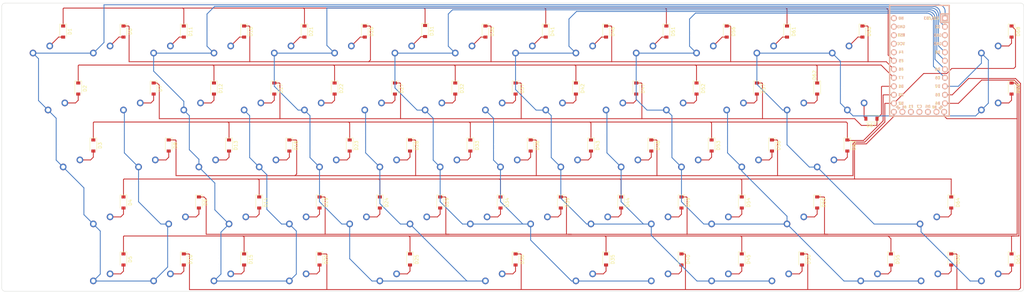
<source format=kicad_pcb>
(kicad_pcb (version 20211014) (generator pcbnew)
  (layers (0 "F.Cu" signal) (31 "B.Cu" signal) (34 "B.Paste" user) (35 "F.Paste" user) (36 "B.SilkS" user "B.Silkscreen") (37 "F.SilkS" user "F.Silkscreen") (38 "B.Mask" user) (39 "F.Mask" user) (44 "Edge.Cuts" user))
  (net 0 "")
  (net 1 "R0")
  (net 2 "Net-(D1-Pad2)")
  (net 3 "R2")
  (net 4 "Net-(D2-Pad2)")
  (net 5 "R4")
  (net 6 "Net-(D3-Pad2)")
  (net 7 "R6")
  (net 8 "Net-(D4-Pad2)")
  (net 9 "R8")
  (net 10 "Net-(D5-Pad2)")
  (net 11 "R1")
  (net 12 "Net-(D6-Pad2)")
  (net 13 "R3")
  (net 14 "Net-(D7-Pad2)")
  (net 15 "R5")
  (net 16 "Net-(D8-Pad2)")
  (net 17 "R7")
  (net 18 "Net-(D9-Pad2)")
  (net 19 "R9")
  (net 20 "Net-(D10-Pad2)")
  (net 21 "Net-(D11-Pad2)")
  (net 22 "Net-(D12-Pad2)")
  (net 23 "Net-(D13-Pad2)")
  (net 24 "Net-(D14-Pad2)")
  (net 25 "Net-(D15-Pad2)")
  (net 26 "Net-(D16-Pad2)")
  (net 27 "Net-(D17-Pad2)")
  (net 28 "Net-(D18-Pad2)")
  (net 29 "Net-(D19-Pad2)")
  (net 30 "Net-(D20-Pad2)")
  (net 31 "Net-(D21-Pad2)")
  (net 32 "Net-(D22-Pad2)")
  (net 33 "Net-(D23-Pad2)")
  (net 34 "Net-(D24-Pad2)")
  (net 35 "Net-(D25-Pad2)")
  (net 36 "Net-(D26-Pad2)")
  (net 37 "Net-(D27-Pad2)")
  (net 38 "Net-(D28-Pad2)")
  (net 39 "Net-(D29-Pad2)")
  (net 40 "Net-(D30-Pad2)")
  (net 41 "Net-(D31-Pad2)")
  (net 42 "Net-(D32-Pad2)")
  (net 43 "Net-(D33-Pad2)")
  (net 44 "Net-(D34-Pad2)")
  (net 45 "Net-(D35-Pad2)")
  (net 46 "Net-(D36-Pad2)")
  (net 47 "Net-(D37-Pad2)")
  (net 48 "Net-(D38-Pad2)")
  (net 49 "Net-(D39-Pad2)")
  (net 50 "Net-(D40-Pad2)")
  (net 51 "Net-(D41-Pad2)")
  (net 52 "Net-(D42-Pad2)")
  (net 53 "Net-(D43-Pad2)")
  (net 54 "Net-(D44-Pad2)")
  (net 55 "Net-(D45-Pad2)")
  (net 56 "Net-(D46-Pad2)")
  (net 57 "Net-(D47-Pad2)")
  (net 58 "Net-(D48-Pad2)")
  (net 59 "Net-(D49-Pad2)")
  (net 60 "Net-(D50-Pad2)")
  (net 61 "Net-(D51-Pad2)")
  (net 62 "Net-(D52-Pad2)")
  (net 63 "Net-(D53-Pad2)")
  (net 64 "Net-(D54-Pad2)")
  (net 65 "Net-(D55-Pad2)")
  (net 66 "Net-(D56-Pad2)")
  (net 67 "Net-(D57-Pad2)")
  (net 68 "Net-(D58-Pad2)")
  (net 69 "Net-(D59-Pad2)")
  (net 70 "Net-(D60-Pad2)")
  (net 71 "Net-(D61-Pad2)")
  (net 72 "Net-(D62-Pad2)")
  (net 73 "Net-(D63-Pad2)")
  (net 74 "Net-(D64-Pad2)")
  (net 75 "Net-(D66-Pad2)")
  (net 76 "Net-(D67-Pad2)")
  (net 77 "Net-(D68-Pad2)")
  (net 78 "C0")
  (net 79 "C1")
  (net 80 "C2")
  (net 81 "C3")
  (net 82 "C4")
  (net 83 "C5")
  (net 84 "C6")
  (net 97 "Net-(D69-Pad2)")
  (net 98 "Net-(D65-Pad2)")
  (footprint "Diode_SMD:D_SOD-123" (layer "F.Cu") (at 341.7975 150 -90)
    (fp_text reference "D64")
    (fp_text value "SOD-123")
  )
  (footprint "Diode_SMD:D_SOD-123" (layer "F.Cu") (at 153.2975 167 -90)
    (fp_text reference "D20")
    (fp_text value "SOD-123")
  )
  (footprint "Diode_SMD:D_SOD-123" (layer "F.Cu") (at 288.2975 133 -90)
    (fp_text reference "D58")
    (fp_text value "SOD-123")
  )
  (footprint "Diode_SMD:D_SOD-123" (layer "F.Cu") (at 301.7975 116 -90)
    (fp_text reference "D62")
    (fp_text value "SOD-123")
  )
  (footprint "Diode_SMD:D_SOD-123" (layer "F.Cu") (at 211.7975 167 -90)
    (fp_text reference "D30")
    (fp_text value "SOD-123")
  )
  (footprint "Diode_SMD:D_SOD-123" (layer "F.Cu") (at 292.7975 99 -90)
    (fp_text reference "D61")
    (fp_text value "SOD-123")
  )
  (footprint "Diode_SMD:D_SOD-123" (layer "F.Cu") (at 297.2975 167 -90)
    (fp_text reference "D50")
    (fp_text value "SOD-123")
  )
  (footprint "Diode_SMD:D_SOD-123" (layer "F.Cu") (at 256.7975 99 -90)
    (fp_text reference "D51")
    (fp_text value "SOD-123")
  )
  (footprint "Diode_SMD:D_SOD-123" (layer "F.Cu") (at 130.7975 167 -90)
    (fp_text reference "D15")
    (fp_text value "SOD-123")
  )
  (footprint "Diode_SMD:D_SOD-123" (layer "F.Cu") (at 117.2975 150 -90)
    (fp_text reference "D9")
    (fp_text value "SOD-123")
  )
  (footprint "Diode_SMD:D_SOD-123" (layer "F.Cu") (at 198.2975 133 -90)
    (fp_text reference "D33")
    (fp_text value "SOD-123")
  )
  (footprint "Diode_SMD:D_SOD-123" (layer "F.Cu") (at 175.7975 116 -90)
    (fp_text reference "D27")
    (fp_text value "SOD-123")
  )
  (footprint "Diode_SMD:D_SOD-123" (layer "F.Cu") (at 108.2975 133 -90)
    (fp_text reference "D8")
    (fp_text value "SOD-123")
  )
  (footprint "Diode_SMD:D_SOD-123" (layer "F.Cu") (at 234.2975 133 -90)
    (fp_text reference "D43")
    (fp_text value "SOD-123")
  )
  (footprint "Diode_SMD:D_SOD-123" (layer "F.Cu") (at 270.2975 133 -90)
    (fp_text reference "D53")
    (fp_text value "SOD-123")
  )
  (footprint "Diode_SMD:D_SOD-123" (layer "F.Cu") (at 243.2975 150 -90)
    (fp_text reference "D44")
    (fp_text value "SOD-123")
  )
  (footprint "Diode_SMD:D_SOD-123" (layer "F.Cu") (at 157.7975 116 -90)
    (fp_text reference "D22")
    (fp_text value "SOD-123")
  )
  (footprint "Diode_SMD:D_SOD-123" (layer "F.Cu") (at 94.7975 150 -90)
    (fp_text reference "D4")
    (fp_text value "SOD-123")
  )
  (footprint "Diode_SMD:D_SOD-123" (layer "F.Cu") (at 310.7975 133 -90)
    (fp_text reference "D63")
    (fp_text value "SOD-123")
  )
  (footprint "Diode_SMD:D_SOD-123" (layer "F.Cu") (at 180.2975 167 -90)
    (fp_text reference "D25")
    (fp_text value "SOD-123")
  )
  (footprint "Diode_SMD:D_SOD-123" (layer "F.Cu") (at 112.7975 99 -90)
    (fp_text reference "D11")
    (fp_text value "SOD-123")
  )
  (footprint "Diode_SMD:D_SOD-123" (layer "F.Cu") (at 359.7975 116 -90)
    (fp_text reference "D69")
    (fp_text value "SOD-123")
  )
  (footprint "Diode_SMD:D_SOD-123" (layer "F.Cu") (at 225.2975 150 -90)
    (fp_text reference "D39")
    (fp_text value "SOD-123")
  )
  (footprint "Diode_SMD:D_SOD-123" (layer "F.Cu") (at 283.7975 116 -90)
    (fp_text reference "D57")
    (fp_text value "SOD-123")
  )
  (footprint "Diode_SMD:D_SOD-123" (layer "F.Cu") (at 341.7975 167 -90)
    (fp_text reference "D60")
    (fp_text value "SOD-123")
  )
  (footprint "Diode_SMD:D_SOD-123" (layer "F.Cu") (at 359.7975 167 -90)
    (fp_text reference "D65")
    (fp_text value "SOD-123")
  )
  (footprint "Diode_SMD:D_SOD-123" (layer "F.Cu") (at 216.2975 133 -90)
    (fp_text reference "D38")
    (fp_text value "SOD-123")
  )
  (footprint "Diode_SMD:D_SOD-123" (layer "F.Cu") (at 189.2975 150 -90)
    (fp_text reference "D29")
    (fp_text value "SOD-123")
  )
  (footprint "Diode_SMD:D_SOD-123" (layer "F.Cu") (at 135.2975 150 -90)
    (fp_text reference "D14")
    (fp_text value "SOD-123")
  )
  (footprint "Diode_SMD:D_SOD-123" (layer "F.Cu") (at 139.7975 116 -90)
    (fp_text reference "D17")
    (fp_text value "SOD-123")
  )
  (footprint "Diode_SMD:D_SOD-123" (layer "F.Cu") (at 153.2975 150 -90)
    (fp_text reference "D19")
    (fp_text value "SOD-123")
  )
  (footprint "Diode_SMD:D_SOD-123" (layer "F.Cu") (at 238.7975 167 -90)
    (fp_text reference "D35")
    (fp_text value "SOD-123")
  )
  (footprint "Diode_SMD:D_SOD-123" (layer "F.Cu") (at 211.7975 116 -90)
    (fp_text reference "D37")
    (fp_text value "SOD-123")
  )
  (footprint "Diode_SMD:D_SOD-123" (layer "F.Cu") (at 76.7975 99 -90)
    (fp_text reference "D1")
    (fp_text value "SOD-123")
  )
  (footprint "Diode_SMD:D_SOD-123" (layer "F.Cu") (at 279.2975 167 -90)
    (fp_text reference "D45")
    (fp_text value "SOD-123")
  )
  (footprint "Diode_SMD:D_SOD-123" (layer "F.Cu") (at 274.7975 99 -90)
    (fp_text reference "D56")
    (fp_text value "SOD-123")
  )
  (footprint "Diode_SMD:D_SOD-123" (layer "F.Cu") (at 130.7975 99 -90)
    (fp_text reference "D16")
    (fp_text value "SOD-123")
  )
  (footprint "Diode_SMD:D_SOD-123" (layer "F.Cu") (at 265.7975 116 -90)
    (fp_text reference "D52")
    (fp_text value "SOD-123")
  )
  (footprint "Diode_SMD:D_SOD-123" (layer "F.Cu") (at 301.7975 150 -90)
    (fp_text reference "D59")
    (fp_text value "SOD-123")
  )
  (footprint "Diode_SMD:D_SOD-123" (layer "F.Cu") (at 94.7975 167 -90)
    (fp_text reference "D5")
    (fp_text value "SOD-123")
  )
  (footprint "Diode_SMD:D_SOD-123" (layer "F.Cu") (at 317.98 125 180)
    (fp_text reference "D67")
    (fp_text value "SOD-123")
  )
  (footprint "Diode_SMD:D_SOD-123" (layer "F.Cu") (at 162.2975 133 -90)
    (fp_text reference "D23")
    (fp_text value "SOD-123")
  )
  (footprint "Diode_SMD:D_SOD-123" (layer "F.Cu") (at 126.2975 133 -90)
    (fp_text reference "D13")
    (fp_text value "SOD-123")
  )
  (footprint "Diode_SMD:D_SOD-123" (layer "F.Cu") (at 180.2975 133 -90)
    (fp_text reference "D28")
    (fp_text value "SOD-123")
  )
  (footprint "Diode_SMD:D_SOD-123" (layer "F.Cu") (at 112.7975 167 -90)
    (fp_text reference "D10")
    (fp_text value "SOD-123")
  )
  (footprint "Diode_SMD:D_SOD-123" (layer "F.Cu") (at 238.7975 99 -90)
    (fp_text reference "D46")
    (fp_text value "SOD-123")
  )
  (footprint "Diode_SMD:D_SOD-123" (layer "F.Cu") (at 261.2975 167 -90)
    (fp_text reference "D40")
    (fp_text value "SOD-123")
  )
  (footprint "Diode_SMD:D_SOD-123" (layer "F.Cu") (at 247.7975 116 -90)
    (fp_text reference "D47")
    (fp_text value "SOD-123")
  )
  (footprint "Diode_SMD:D_SOD-123" (layer "F.Cu") (at 103.7975 116 -90)
    (fp_text reference "D7")
    (fp_text value "SOD-123")
  )
  (footprint "Diode_SMD:D_SOD-123" (layer "F.Cu") (at 144.2975 133 -90)
    (fp_text reference "D18")
    (fp_text value "SOD-123")
  )
  (footprint "Diode_SMD:D_SOD-123" (layer "F.Cu") (at 121.7975 116 -90)
    (fp_text reference "D12")
    (fp_text value "SOD-123")
  )
  (footprint "Diode_SMD:D_SOD-123" (layer "F.Cu") (at 261.2975 150 -90)
    (fp_text reference "D49")
    (fp_text value "SOD-123")
  )
  (footprint "Diode_SMD:D_SOD-123" (layer "F.Cu") (at 252.2975 133 -90)
    (fp_text reference "D48")
    (fp_text value "SOD-123")
  )
  (footprint "Diode_SMD:D_SOD-123" (layer "F.Cu") (at 220.7975 99 -90)
    (fp_text reference "D41")
    (fp_text value "SOD-123")
  )
  (footprint "Diode_SMD:D_SOD-123" (layer "F.Cu") (at 229.7975 116 -90)
    (fp_text reference "D42")
    (fp_text value "SOD-123")
  )
  (footprint "Diode_SMD:D_SOD-123" (layer "F.Cu") (at 148.7975 99 -90)
    (fp_text reference "D21")
    (fp_text value "SOD-123")
  )
  (footprint "Diode_SMD:D_SOD-123" (layer "F.Cu") (at 359.7975 99 -90)
    (fp_text reference "D68")
    (fp_text value "SOD-123")
  )
  (footprint "Diode_SMD:D_SOD-123" (layer "F.Cu") (at 193.7975 116 -90)
    (fp_text reference "D32")
    (fp_text value "SOD-123")
  )
  (footprint "Diode_SMD:D_SOD-123" (layer "F.Cu") (at 81.2975 116 -90)
    (fp_text reference "D2")
    (fp_text value "SOD-123")
  )
  (footprint "Diode_SMD:D_SOD-123" (layer "F.Cu") (at 202.7975 99 -90)
    (fp_text reference "D36")
    (fp_text value "SOD-123")
  )
  (footprint "Diode_SMD:D_SOD-123" (layer "F.Cu") (at 323.7975 167 -90)
    (fp_text reference "D55")
    (fp_text value "SOD-123")
  )
  (footprint "Diode_SMD:D_SOD-123" (layer "F.Cu") (at 184.7975 98.85 -90)
    (fp_text reference "D31")
    (fp_text value "SOD-123")
  )
  (footprint "Diode_SMD:D_SOD-123" (layer "F.Cu") (at 207.2975 150 -90)
    (fp_text reference "D34")
    (fp_text value "SOD-123")
  )
  (footprint "Diode_SMD:D_SOD-123" (layer "F.Cu") (at 85.7975 133 -90)
    (fp_text reference "D3")
    (fp_text value "SOD-123")
  )
  (footprint "Diode_SMD:D_SOD-123" (layer "F.Cu") (at 94.7975 99 -90)
    (fp_text reference "D6")
    (fp_text value "SOD-123")
  )
  (footprint "Diode_SMD:D_SOD-123" (layer "F.Cu") (at 315.2975 99 -90)
    (fp_text reference "D66")
    (fp_text value "SOD-123")
  )
  (footprint "Diode_SMD:D_SOD-123" (layer "F.Cu") (at 279.2975 150 -90)
    (fp_text reference "D54")
    (fp_text value "SOD-123")
  )
  (footprint "Diode_SMD:D_SOD-123" (layer "F.Cu") (at 171.2975 150 -90)
    (fp_text reference "D24")
    (fp_text value "SOD-123")
  )
  (footprint "Diode_SMD:D_SOD-123" (layer "F.Cu") (at 166.7975 99 -90)
    (fp_text reference "D26")
    (fp_text value "SOD-123")
  )
  (footprint "marbastlib-choc:SW_choc_1u" (layer "B.Cu") (at 135.2975 133.5 180)
    (fp_text reference "SW18" hide)
    (fp_text value "SW_Push" hide)
  )
  (footprint "marbastlib-choc:SW_choc_1.5u" (layer "B.Cu") (at 171.2975 167.5 180)
    (fp_text reference "SW25" hide)
    (fp_text value "SW_Push" hide)
  )
  (footprint "marbastlib-choc:SW_choc_1u" (layer "B.Cu") (at 270.2975 150.5 180)
    (fp_text reference "SW54" hide)
    (fp_text value "SW_Push" hide)
  )
  (footprint "marbastlib-choc:SW_choc_1u" (layer "B.Cu") (at 270.2975 167.5 180)
    (fp_text reference "SW45" hide)
    (fp_text value "SW_Push" hide)
  )
  (footprint "marbastlib-choc:SW_choc_1.5u" (layer "B.Cu") (at 301.7975 133.5 180)
    (fp_text reference "SW63" hide)
    (fp_text value "SW_Push" hide)
  )
  (footprint "marbastlib-choc:SW_choc_1u" (layer "B.Cu") (at 314.7975 167.5 180)
    (fp_text reference "SW55" hide)
    (fp_text value "SW_Push" hide)
  )
  (footprint "marbastlib-choc:SW_choc_1.5u" (layer "B.Cu") (at 229.7975 167.5 180)
    (fp_text reference "SW35" hide)
    (fp_text value "SW_Push" hide)
  )
  (footprint "marbastlib-choc:SW_choc_1u" (layer "B.Cu") (at 157.7975 99.5 180)
    (fp_text reference "SW26" hide)
    (fp_text value "SW_Push" hide)
  )
  (footprint "marbastlib-choc:SW_choc_1u" (layer "B.Cu") (at 283.7975 99.5 180)
    (fp_text reference "SW61" hide)
    (fp_text value "SW_Push" hide)
  )
  (footprint "marbastlib-choc:SW_choc_1u" (layer "B.Cu") (at 332.48 150.5 180)
    (fp_text reference "SW64" hide)
    (fp_text value "SW_Push" hide)
  )
  (footprint "marbastlib-choc:SW_choc_1u" (layer "B.Cu") (at 103.7975 99.5 180)
    (fp_text reference "SW11" hide)
    (fp_text value "SW_Push" hide)
  )
  (footprint "marbastlib-choc:SW_choc_1u" (layer "B.Cu") (at 252.2975 150.5 180)
    (fp_text reference "SW49" hide)
    (fp_text value "SW_Push" hide)
  )
  (footprint "marbastlib-choc:SW_choc_1u" (layer "B.Cu") (at 144.2975 150.5 180)
    (fp_text reference "SW19" hide)
    (fp_text value "SW_Push" hide)
  )
  (footprint "marbastlib-choc:SW_choc_1u" (layer "B.Cu") (at 175.7975 99.5 180)
    (fp_text reference "SW31" hide)
    (fp_text value "SW_Push" hide)
  )
  (footprint "marbastlib-choc:SW_choc_1u" (layer "B.Cu") (at 130.7975 116.5 180)
    (fp_text reference "SW17" hide)
    (fp_text value "SW_Push" hide)
  )
  (footprint "marbastlib-choc:SW_choc_1u" (layer "B.Cu") (at 121.7975 99.5 180)
    (fp_text reference "SW16" hide)
    (fp_text value "SW_Push" hide)
  )
  (footprint "marbastlib-choc:SW_choc_1.5u" (layer "B.Cu") (at 306.2975 99.5 180)
    (fp_text reference "SW66" hide)
    (fp_text value "SW_Push" hide)
  )
  (footprint "marbastlib-choc:SW_choc_1u" (layer "B.Cu") (at 184.7975 116.5 180)
    (fp_text reference "SW32" hide)
    (fp_text value "SW_Push" hide)
  )
  (footprint "marbastlib-choc:SW_choc_1u" (layer "B.Cu") (at 292.7975 116.5 180)
    (fp_text reference "SW62" hide)
    (fp_text value "SW_Push" hide)
  )
  (footprint "marbastlib-choc:SW_choc_1u" (layer "B.Cu") (at 238.7975 116.5 180)
    (fp_text reference "SW47" hide)
    (fp_text value "SW_Push" hide)
  )
  (footprint "marbastlib-choc:SW_choc_1u" (layer "B.Cu") (at 198.2975 150.5 180)
    (fp_text reference "SW34" hide)
    (fp_text value "SW_Push" hide)
  )
  (footprint "marbastlib-choc:SW_choc_1u" (layer "B.Cu") (at 256.7975 116.5 180)
    (fp_text reference "SW52" hide)
    (fp_text value "SW_Push" hide)
  )
  (footprint "marbastlib-choc:SW_choc_1.25u" (layer "B.Cu") (at 144.2975 167.5 180)
    (fp_text reference "SW20" hide)
    (fp_text value "SW_Push" hide)
  )
  (footprint "marbastlib-choc:SW_choc_1u" (layer "B.Cu") (at 207.2975 133.5 180)
    (fp_text reference "SW38" hide)
    (fp_text value "SW_Push" hide)
  )
  (footprint "marbastlib-choc:SW_choc_1u" (layer "B.Cu") (at 265.7975 99.5 180)
    (fp_text reference "SW56" hide)
    (fp_text value "SW_Push" hide)
  )
  (footprint "marbastlib-choc:SW_choc_1.5u" (layer "B.Cu") (at 72.2975 116.5 180)
    (fp_text reference "SW2" hide)
    (fp_text value "SW_Push" hide)
  )
  (footprint "marbastlib-choc:SW_choc_1u" (layer "B.Cu") (at 225.2975 133.5 180)
    (fp_text reference "SW43" hide)
    (fp_text value "SW_Push" hide)
  )
  (footprint "marbastlib-choc:SW_choc_1u" (layer "B.Cu") (at 94.7975 116.5 180)
    (fp_text reference "SW7" hide)
    (fp_text value "SW_Push" hide)
  )
  (footprint "marbastlib-choc:SW_choc_1u" (layer "B.Cu") (at 112.7975 116.5 180)
    (fp_text reference "SW12" hide)
    (fp_text value "SW_Push" hide)
  )
  (footprint "marbastlib-choc:SW_choc_1u" (layer "B.Cu") (at 279.2975 133.5 180)
    (fp_text reference "SW58" hide)
    (fp_text value "SW_Push" hide)
  )
  (footprint "marbastlib-choc:SW_choc_1u" (layer "B.Cu") (at 148.7975 116.5 180)
    (fp_text reference "SW22" hide)
    (fp_text value "SW_Push" hide)
  )
  (footprint "marbastlib-choc:SW_choc_1u" (layer "B.Cu") (at 67.7975 99.5 180)
    (fp_text reference "SW1" hide)
    (fp_text value "SW_Push" hide)
  )
  (footprint "marbastlib-choc:SW_choc_1u" (layer "B.Cu") (at 103.7975 167.5 180)
    (fp_text reference "SW10" hide)
    (fp_text value "SW_Push" hide)
  )
  (footprint "marbastlib-choc:SW_choc_1u" (layer "B.Cu") (at 162.2975 150.5 180)
    (fp_text reference "SW24" hide)
    (fp_text value "SW_Push" hide)
  )
  (footprint "marbastlib-choc:SW_choc_1.5u" (layer "B.Cu") (at 202.7975 167.5 180)
    (fp_text reference "SW30" hide)
    (fp_text value "SW_Push" hide)
  )
  (footprint "marbastlib-choc:SW_choc_1u" (layer "B.Cu") (at 310.7975 116.5 180)
    (fp_text reference "SW67" hide)
    (fp_text value "SW_Push" hide)
  )
  (footprint "marbastlib-choc:SW_choc_1u" (layer "B.Cu") (at 234.2975 150.5 180)
    (fp_text reference "SW44" hide)
    (fp_text value "SW_Push" hide)
  )
  (footprint "marbastlib-choc:SW_choc_1u" (layer "B.Cu") (at 288.2975 167.5 180)
    (fp_text reference "SW50" hide)
    (fp_text value "SW_Push" hide)
  )
  (footprint "marbastlib-choc:SW_choc_1u" (layer "B.Cu") (at 180.2975 150.5 180)
    (fp_text reference "SW29" hide)
    (fp_text value "SW_Push" hide)
  )
  (footprint "marbastlib-choc:SW_choc_1u" (layer "B.Cu") (at 171.2975 133.5 180)
    (fp_text reference "SW28" hide)
    (fp_text value "SW_Push" hide)
  )
  (footprint "marbastlib-choc:SW_choc_1u" (layer "B.Cu") (at 252.2975 167.5 180)
    (fp_text reference "SW40" hide)
    (fp_text value "SW_Push" hide)
  )
  (footprint "marbastlib-choc:SW_choc_1u" (layer "B.Cu") (at 117.2975 133.5 180)
    (fp_text reference "SW13" hide)
    (fp_text value "SW_Push" hide)
  )
  (footprint "marbastlib-choc:SW_choc_1u" (layer "B.Cu") (at 350.7975 99.5 180)
    (fp_text reference "SW68" hide)
    (fp_text value "SW_Push" hide)
  )
  (footprint "marbastlib-choc:SW_choc_1.5u" (layer "B.Cu") (at 292.7975 150.5 180)
    (fp_text reference "SW59" hide)
    (fp_text value "SW_Push" hide)
  )
  (footprint "marbastlib-choc:SW_choc_1u" (layer "B.Cu") (at 202.7975 116.5 180)
    (fp_text reference "SW37" hide)
    (fp_text value "SW_Push" hide)
  )
  (footprint "marbastlib-choc:SW_choc_1.5u" (layer "B.Cu") (at 76.7975 133.5 180)
    (fp_text reference "SW3" hide)
    (fp_text value "SW_Push" hide)
  )
  (footprint "marbastlib-choc:SW_choc_1u" (layer "B.Cu") (at 261.2975 133.5 180)
    (fp_text reference "SW53" hide)
    (fp_text value "SW_Push" hide)
  )
  (footprint "marbastlib-choc:SW_choc_1u" (layer "B.Cu") (at 332.7975 167.5 180)
    (fp_text reference "SW60" hide)
    (fp_text value "SW_Push" hide)
  )
  (footprint "marbastlib-choc:SW_choc_1u" (layer "B.Cu") (at 85.7975 99.5 180)
    (fp_text reference "SW6" hide)
    (fp_text value "SW_Push" hide)
  )
  (footprint "marbastlib-choc:SW_choc_1u" (layer "B.Cu") (at 247.7975 99.5 180)
    (fp_text reference "SW51" hide)
    (fp_text value "SW_Push" hide)
  )
  (footprint "marbastlib-choc:SW_choc_1u" (layer "B.Cu") (at 229.7975 99.5 180)
    (fp_text reference "SW46" hide)
    (fp_text value "SW_Push" hide)
  )
  (footprint "marbastlib-choc:SW_choc_1u" (layer "B.Cu") (at 274.7975 116.5 180)
    (fp_text reference "SW57" hide)
    (fp_text value "SW_Push" hide)
  )
  (footprint "marbastlib-choc:SW_choc_1u" (layer "B.Cu") (at 189.2975 133.5 180)
    (fp_text reference "SW33" hide)
    (fp_text value "SW_Push" hide)
  )
  (footprint "marbastlib-choc:SW_choc_1u" (layer "B.Cu") (at 220.7975 116.5 180)
    (fp_text reference "SW42" hide)
    (fp_text value "SW_Push" hide)
  )
  (footprint "marbastlib-choc:SW_choc_1u" (layer "B.Cu") (at 166.7975 116.5 180)
    (fp_text reference "SW27" hide)
    (fp_text value "SW_Push" hide)
  )
  (footprint "marbastlib-choc:SW_choc_1u" (layer "B.Cu") (at 193.7975 99.5 180)
    (fp_text reference "SW36" hide)
    (fp_text value "SW_Push" hide)
  )
  (footprint "marbastlib-choc:SW_choc_1u" (layer "B.Cu") (at 85.7975 167.5 180)
    (fp_text reference "SW5" hide)
    (fp_text value "SW_Push" hide)
  )
  (footprint "marbastlib-choc:SW_choc_1u" (layer "B.Cu") (at 126.2975 150.5 180)
    (fp_text reference "SW14" hide)
    (fp_text value "SW_Push" hide)
  )
  (footprint "marbastlib-choc:SW_choc_1u" (layer "B.Cu") (at 99.2975 133.5 180)
    (fp_text reference "SW8" hide)
    (fp_text value "SW_Push" hide)
  )
  (footprint "marbastlib-choc:SW_choc_1u" (layer "B.Cu") (at 243.2975 133.5 180)
    (fp_text reference "SW48" hide)
    (fp_text value "SW_Push" hide)
  )
  (footprint "marbastlib-choc:SW_choc_1u" (layer "B.Cu") (at 108.2975 150.5 180)
    (fp_text reference "SW9" hide)
    (fp_text value "SW_Push" hide)
  )
  (footprint "marbastlib-choc:SW_choc_1u" (layer "B.Cu") (at 350.7975 116.5 180)
    (fp_text reference "SW69" hide)
    (fp_text value "SW_Push" hide)
  )
  (footprint "Keebio-Parts:Elite-C" (layer "B.Cu") (at 332.2975 108.98675 -90)
    (fp_text reference "U1" hide)
    (fp_text value "Elite-C" hide)
  )
  (footprint "marbastlib-choc:SW_choc_1u" (layer "B.Cu") (at 139.7975 99.5 180)
    (fp_text reference "SW21" hide)
    (fp_text value "SW_Push" hide)
  )
  (footprint "marbastlib-choc:SW_choc_1u" (layer "B.Cu") (at 211.7975 99.5 180)
    (fp_text reference "SW41" hide)
    (fp_text value "SW_Push" hide)
  )
  (footprint "marbastlib-choc:SW_choc_1u" (layer "B.Cu") (at 216.2975 150.5 180)
    (fp_text reference "SW39" hide)
    (fp_text value "SW_Push" hide)
  )
  (footprint "marbastlib-choc:SW_choc_1u" (layer "B.Cu") (at 153.2975 133.5 180)
    (fp_text reference "SW23" hide)
    (fp_text value "SW_Push" hide)
  )
  (footprint "marbastlib-choc:SW_choc_1u" (layer "B.Cu") (at 121.7975 167.5 180)
    (fp_text reference "SW15" hide)
    (fp_text value "SW_Push" hide)
  )
  (footprint "marbastlib-choc:SW_choc_1u" (layer "B.Cu") (at 350.7975 167.5 180)
    (fp_text reference "SW65" hide)
    (fp_text value "SW_Push" hide)
  )
  (footprint "marbastlib-choc:SW_choc_1.5u" (layer "B.Cu") (at 85.7975 150.5 180)
    (fp_text reference "SW4" hide)
    (fp_text value "SW_Push" hide)
  )
  (gr_line (start 59.48 176.5) (end 362.48 176.5) (layer "Edge.Cuts") (width 0.1))
  (gr_line (start 59.48 90.5) (end 362.48 90.5) (layer "Edge.Cuts") (width 0.1))
  (gr_line (start 363.48 91.5) (end 363.48 175.5) (layer "Edge.Cuts") (width 0.1))
  (gr_arc (start 58.48 91.5) (mid 58.772893 90.792893) (end 59.48 90.5) (layer "Edge.Cuts") (width 0.1))
  (gr_arc (start 363.48 175.5) (mid 363.187107 176.207107) (end 362.48 176.5) (layer "Edge.Cuts") (width 0.1))
  (gr_arc (start 362.48 90.5) (mid 363.187107 90.792893) (end 363.48 91.5) (layer "Edge.Cuts") (width 0.1))
  (gr_line (start 58.48 175.5) (end 58.48 91.5) (layer "Edge.Cuts") (width 0.1))
  (gr_arc (start 59.48 176.5) (mid 58.772893 176.207107) (end 58.48 175.5) (layer "Edge.Cuts") (width 0.1))
  (segment (start 76.7975 92.1825) (end 76.98 92) (width 0.254) (layer "F.Cu") (net 1))
  (segment (start 112.48 92) (end 148.48 92) (width 0.254) (layer "F.Cu") (net 1))
  (segment (start 112.7975 92.3175) (end 112.7975 97.35) (width 0.254) (layer "F.Cu") (net 1))
  (segment (start 184.7975 92.3175) (end 184.7975 97.2) (width 0.254) (layer "F.Cu") (net 1))
  (segment (start 256.48 92) (end 292.48 92) (width 0.254) (layer "F.Cu") (net 1))
  (segment (start 220.48 92) (end 256.48 92) (width 0.254) (layer "F.Cu") (net 1))
  (segment (start 184.48 92) (end 184.7975 92.3175) (width 0.254) (layer "F.Cu") (net 1))
  (segment (start 256.48 92) (end 256.7975 92.3175) (width 0.254) (layer "F.Cu") (net 1))
  (segment (start 184.48 92) (end 220.48 92) (width 0.254) (layer "F.Cu") (net 1))
  (segment (start 148.48 92) (end 184.48 92) (width 0.254) (layer "F.Cu") (net 1))
  (segment (start 148.48 92) (end 148.7975 92.3175) (width 0.254) (layer "F.Cu") (net 1))
  (segment (start 256.7975 92.3175) (end 256.7975 97.35) (width 0.254) (layer "F.Cu") (net 1))
  (segment (start 220.7975 92.3175) (end 220.7975 97.35) (width 0.254) (layer "F.Cu") (net 1))
  (segment (start 220.48 92) (end 220.7975 92.3175) (width 0.254) (layer "F.Cu") (net 1))
  (segment (start 76.98 92) (end 112.48 92) (width 0.254) (layer "F.Cu") (net 1))
  (segment (start 292.48 92) (end 292.7975 92.3175) (width 0.254) (layer "F.Cu") (net 1))
  (segment (start 322.98 106.01925) (end 324.6775 107.71675) (width 0.254) (layer "F.Cu") (net 1))
  (segment (start 292.7975 92.3175) (end 292.7975 97.35) (width 0.254) (layer "F.Cu") (net 1))
  (segment (start 112.48 92) (end 112.7975 92.3175) (width 0.254) (layer "F.Cu") (net 1))
  (segment (start 148.7975 92.3175) (end 148.7975 97.35) (width 0.254) (layer "F.Cu") (net 1))
  (segment (start 322.48 92) (end 322.98 92.5) (width 0.254) (layer "F.Cu") (net 1))
  (segment (start 322.98 92.5) (end 322.98 106.01925) (width 0.254) (layer "F.Cu") (net 1))
  (segment (start 292.48 92) (end 322.48 92) (width 0.254) (layer "F.Cu") (net 1))
  (segment (start 76.7975 97.35) (end 76.7975 92.1825) (width 0.254) (layer "F.Cu") (net 1))
  (segment (start 75.4475 100.65) (end 72.7975 103.3) (width 0.254) (layer "F.Cu") (net 2))
  (segment (start 76.7975 100.65) (end 75.4475 100.65) (width 0.254) (layer "F.Cu") (net 2))
  (segment (start 81.48 109) (end 121.48 109) (width 0.254) (layer "F.Cu") (net 3))
  (segment (start 265.48 109) (end 265.7975 109.3175) (width 0.254) (layer "F.Cu") (net 3))
  (segment (start 229.7975 109.3175) (end 229.7975 114.35) (width 0.254) (layer "F.Cu") (net 3))
  (segment (start 121.7975 109.3175) (end 121.7975 114.35) (width 0.254) (layer "F.Cu") (net 3))
  (segment (start 193.48 109) (end 193.7975 109.3175) (width 0.254) (layer "F.Cu") (net 3))
  (segment (start 301.7975 109.3175) (end 301.7975 114.35) (width 0.254) (layer "F.Cu") (net 3))
  (segment (start 81.2975 114.35) (end 81.2975 109.1825) (width 0.254) (layer "F.Cu") (net 3))
  (segment (start 157.48 109) (end 193.48 109) (width 0.254) (layer "F.Cu") (net 3))
  (segment (start 121.48 109) (end 121.7975 109.3175) (width 0.254) (layer "F.Cu") (net 3))
  (segment (start 229.48 109) (end 229.7975 109.3175) (width 0.254) (layer "F.Cu") (net 3))
  (segment (start 320.88075 109) (end 324.6775 112.79675) (width 0.254) (layer "F.Cu") (net 3))
  (segment (start 121.48 109) (end 157.48 109) (width 0.254) (layer "F.Cu") (net 3))
  (segment (start 81.2975 109.1825) (end 81.48 109) (width 0.254) (layer "F.Cu") (net 3))
  (segment (start 157.48 109) (end 157.7975 109.3175) (width 0.254) (layer "F.Cu") (net 3))
  (segment (start 229.48 109) (end 265.48 109) (width 0.254) (layer "F.Cu") (net 3))
  (segment (start 265.48 109) (end 301.48 109) (width 0.254) (layer "F.Cu") (net 3))
  (segment (start 193.7975 109.3175) (end 193.7975 114.35) (width 0.254) (layer "F.Cu") (net 3))
  (segment (start 301.48 109) (end 301.7975 109.3175) (width 0.254) (layer "F.Cu") (net 3))
  (segment (start 193.48 109) (end 229.48 109) (width 0.254) (layer "F.Cu") (net 3))
  (segment (start 265.7975 109.3175) (end 265.7975 114.35) (width 0.254) (layer "F.Cu") (net 3))
  (segment (start 157.7975 109.3175) (end 157.7975 114.35) (width 0.254) (layer "F.Cu") (net 3))
  (segment (start 301.48 109) (end 320.88075 109) (width 0.254) (layer "F.Cu") (net 3))
  (segment (start 81.2975 119.495) (end 80.4925 120.3) (width 0.254) (layer "F.Cu") (net 4))
  (segment (start 80.4925 120.3) (end 77.2975 120.3) (width 0.254) (layer "F.Cu") (net 4))
  (segment (start 81.2975 117.65) (end 81.2975 119.495) (width 0.254) (layer "F.Cu") (net 4))
  (segment (start 85.98 126) (end 125.98 126) (width 0.254) (layer "F.Cu") (net 5))
  (segment (start 321.60325 117.87675) (end 324.6775 117.87675) (width 0.254) (layer "F.Cu") (net 5))
  (segment (start 126.2975 126.3175) (end 126.2975 131.35) (width 0.254) (layer "F.Cu") (net 5))
  (segment (start 321.48 118) (end 321.60325 117.87675) (width 0.254) (layer "F.Cu") (net 5))
  (segment (start 269.98 126) (end 310.48 126) (width 0.254) (layer "F.Cu") (net 5))
  (segment (start 310.63 131.35) (end 310.48 131.5) (width 0.254) (layer "F.Cu") (net 5))
  (segment (start 197.98 126) (end 233.98 126) (width 0.254) (layer "F.Cu") (net 5))
  (segment (start 197.98 126) (end 198.2975 126.3175) (width 0.254) (layer "F.Cu") (net 5))
  (segment (start 85.7975 131.35) (end 85.7975 126.1825) (width 0.254) (layer "F.Cu") (net 5))
  (segment (start 161.98 126) (end 162.2975 126.3175) (width 0.254) (layer "F.Cu") (net 5))
  (segment (start 270.2975 126.3175) (end 270.2975 131.35) (width 0.254) (layer "F.Cu") (net 5))
  (segment (start 315.621374 131.5) (end 321.48 125.641374) (width 0.254) (layer "F.Cu") (net 5))
  (segment (start 161.98 126) (end 197.98 126) (width 0.254) (layer "F.Cu") (net 5))
  (segment (start 233.98 126) (end 234.2975 126.3175) (width 0.254) (layer "F.Cu") (net 5))
  (segment (start 310.48 131.5) (end 315.621374 131.5) (width 0.254) (layer "F.Cu") (net 5))
  (segment (start 310.48 126) (end 310.7975 126.3175) (width 0.254) (layer "F.Cu") (net 5))
  (segment (start 269.98 126) (end 270.2975 126.3175) (width 0.254) (layer "F.Cu") (net 5))
  (segment (start 125.98 126) (end 126.2975 126.3175) (width 0.254) (layer "F.Cu") (net 5))
  (segment (start 234.2975 126.3175) (end 234.2975 131.35) (width 0.254) (layer "F.Cu") (net 5))
  (segment (start 198.2975 126.3175) (end 198.2975 131.35) (width 0.254) (layer "F.Cu") (net 5))
  (segment (start 310.7975 126.3175) (end 310.7975 131.35) (width 0.254) (layer "F.Cu") (net 5))
  (segment (start 162.2975 126.3175) (end 162.2975 131.35) (width 0.254) (layer "F.Cu") (net 5))
  (segment (start 233.98 126) (end 269.98 126) (width 0.254) (layer "F.Cu") (net 5))
  (segment (start 85.7975 126.1825) (end 85.98 126) (width 0.254) (layer "F.Cu") (net 5))
  (segment (start 125.98 126) (end 161.98 126) (width 0.254) (layer "F.Cu") (net 5))
  (segment (start 321.48 125.641374) (end 321.48 118) (width 0.254) (layer "F.Cu") (net 5))
  (segment (start 310.7975 131.35) (end 310.63 131.35) (width 0.254) (layer "F.Cu") (net 5))
  (segment (start 85.7975 136.495) (end 84.9925 137.3) (width 0.254) (layer "F.Cu") (net 6))
  (segment (start 84.9925 137.3) (end 81.7975 137.3) (width 0.254) (layer "F.Cu") (net 6))
  (segment (start 85.7975 134.65) (end 85.7975 136.495) (width 0.254) (layer "F.Cu") (net 6))
  (segment (start 170.98 143) (end 171.2975 143.3175) (width 0.254) (layer "F.Cu") (net 7))
  (segment (start 94.98 143) (end 134.98 143) (width 0.254) (layer "F.Cu") (net 7))
  (segment (start 135.2975 143.3175) (end 135.2975 148.35) (width 0.254) (layer "F.Cu") (net 7))
  (segment (start 242.98 143) (end 243.2975 143.3175) (width 0.254) (layer "F.Cu") (net 7))
  (segment (start 312.98 143) (end 341.7975 143) (width 0.254) (layer "F.Cu") (net 7))
  (segment (start 316.48 132.5) (end 324.6775 124.3025) (width 0.254) (layer "F.Cu") (net 7))
  (segment (start 206.98 143) (end 242.98 143) (width 0.254) (layer "F.Cu") (net 7))
  (segment (start 324.6775 124.3025) (end 324.6775 122.95675) (width 0.254) (layer "F.Cu") (net 7))
  (segment (start 171.2975 143.3175) (end 171.2975 148.35) (width 0.254) (layer "F.Cu") (net 7))
  (segment (start 278.98 143) (end 279.2975 143.3175) (width 0.254) (layer "F.Cu") (net 7))
  (segment (start 170.98 143) (end 206.98 143) (width 0.254) (layer "F.Cu") (net 7))
  (segment (start 312.93352 132.687854) (end 313.121374 132.5) (width 0.254) (layer "F.Cu") (net 7))
  (segment (start 242.98 143) (end 278.98 143) (width 0.254) (layer "F.Cu") (net 7))
  (segment (start 313.121374 132.5) (end 316.48 132.5) (width 0.254) (layer "F.Cu") (net 7))
  (segment (start 243.2975 143.3175) (end 243.2975 148.35) (width 0.254) (layer "F.Cu") (net 7))
  (segment (start 341.7975 143) (end 341.7975 148.35) (width 0.254) (layer "F.Cu") (net 7))
  (segment (start 279.2975 143.3175) (end 279.2975 148.35) (width 0.254) (layer "F.Cu") (net 7))
  (segment (start 134.98 143) (end 170.98 143) (width 0.254) (layer "F.Cu") (net 7))
  (segment (start 312.98 143) (end 312.93352 142.95352) (width 0.254) (layer "F.Cu") (net 7))
  (segment (start 94.7975 143.1825) (end 94.98 143) (width 0.254) (layer "F.Cu") (net 7))
  (segment (start 207.2975 143.3175) (end 207.2975 148.35) (width 0.254) (layer "F.Cu") (net 7))
  (segment (start 94.7975 148.35) (end 94.7975 143.1825) (width 0.254) (layer "F.Cu") (net 7))
  (segment (start 134.98 143) (end 135.2975 143.3175) (width 0.254) (layer "F.Cu") (net 7))
  (segment (start 206.98 143) (end 207.2975 143.3175) (width 0.254) (layer "F.Cu") (net 7))
  (segment (start 278.98 143) (end 312.98 143) (width 0.254) (layer "F.Cu") (net 7))
  (segment (start 312.93352 142.95352) (end 312.93352 132.687854) (width 0.254) (layer "F.Cu") (net 7))
  (segment (start 93.9925 154.3) (end 90.7975 154.3) (width 0.254) (layer "F.Cu") (net 8))
  (segment (start 94.7975 153.495) (end 93.9925 154.3) (width 0.254) (layer "F.Cu") (net 8))
  (segment (start 94.7975 151.65) (end 94.7975 153.495) (width 0.254) (layer "F.Cu") (net 8))
  (segment (start 322.98 160) (end 323.7975 160.8175) (width 0.254) (layer "F.Cu") (net 9))
  (segment (start 180.2975 160.3175) (end 180.2975 165.35) (width 0.254) (layer "F.Cu") (net 9))
  (segment (start 361.98 114.858626) (end 360.621374 113.5) (width 0.254) (layer "F.Cu") (net 9))
  (segment (start 94.98 160) (end 130.48 160) (width 0.254) (layer "F.Cu") (net 9))
  (segment (start 359.98 160) (end 360.621374 160) (width 0.254) (layer "F.Cu") (net 9))
  (segment (start 238.7975 160.3175) (end 238.7975 165.35) (width 0.254) (layer "F.Cu") (net 9))
  (segment (start 278.98 160) (end 279.2975 160.3175) (width 0.254) (layer "F.Cu") (net 9))
  (segment (start 238.48 160) (end 278.98 160) (width 0.254) (layer "F.Cu") (net 9))
  (segment (start 130.7975 160.3175) (end 130.7975 165.35) (width 0.254) (layer "F.Cu") (net 9))
  (segment (start 323.7975 160.8175) (end 323.7975 165.35) (width 0.254) (layer "F.Cu") (net 9))
  (segment (start 179.98 160) (end 238.48 160) (width 0.254) (layer "F.Cu") (net 9))
  (segment (start 279.2975 160.3175) (end 279.2975 165.35) (width 0.254) (layer "F.Cu") (net 9))
  (segment (start 130.48 160) (end 179.98 160) (width 0.254) (layer "F.Cu") (net 9))
  (segment (start 179.98 160) (end 180.2975 160.3175) (width 0.254) (layer "F.Cu") (net 9))
  (segment (start 322.98 160) (end 361.98 160) (width 0.254) (layer "F.Cu") (net 9))
  (segment (start 361.98 160) (end 361.98 114.858626) (width 0.254) (layer "F.Cu") (net 9))
  (segment (start 360.621374 113.5) (end 350.860855 113.5) (width 0.254) (layer "F.Cu") (net 9))
  (segment (start 343.944105 120.41675) (end 339.9175 120.41675) (width 0.254) (layer "F.Cu") (net 9))
  (segment (start 359.7975 160) (end 359.7975 165.35) (width 0.254) (layer "F.Cu") (net 9))
  (segment (start 94.7975 165.35) (end 94.7975 160.1825) (width 0.254) (layer "F.Cu") (net 9))
  (segment (start 238.48 160) (end 238.7975 160.3175) (width 0.254) (layer "F.Cu") (net 9))
  (segment (start 350.860855 113.5) (end 343.944105 120.41675) (width 0.254) (layer "F.Cu") (net 9))
  (segment (start 130.48 160) (end 130.7975 160.3175) (width 0.254) (layer "F.Cu") (net 9))
  (segment (start 278.98 160) (end 322.98 160) (width 0.254) (layer "F.Cu") (net 9))
  (segment (start 94.7975 160.1825) (end 94.98 160) (width 0.254) (layer "F.Cu") (net 9))
  (segment (start 94.7975 170.495) (end 93.9925 171.3) (width 0.254) (layer "F.Cu") (net 10))
  (segment (start 93.9925 171.3) (end 90.7975 171.3) (width 0.254) (layer "F.Cu") (net 10))
  (segment (start 94.7975 168.65) (end 94.7975 170.495) (width 0.254) (layer "F.Cu") (net 10))
  (segment (start 204.48 108) (end 240.48 108) (width 0.254) (layer "F.Cu") (net 11))
  (segment (start 167.98 108) (end 204.48 108) (width 0.254) (layer "F.Cu") (net 11))
  (segment (start 322.42075 108) (end 324.6775 110.25675) (width 0.254) (layer "F.Cu") (net 11))
  (segment (start 204.48 108) (end 204.48 97.5) (width 0.254) (layer "F.Cu") (net 11))
  (segment (start 167.98 108) (end 168.48 107.5) (width 0.254) (layer "F.Cu") (net 11))
  (segment (start 316.98 108) (end 322.42075 108) (width 0.254) (layer "F.Cu") (net 11))
  (segment (start 275.98 108) (end 316.98 108) (width 0.254) (layer "F.Cu") (net 11))
  (segment (start 168.33 97.35) (end 166.7975 97.35) (width 0.254) (layer "F.Cu") (net 11))
  (segment (start 240.48 108) (end 275.98 108) (width 0.254) (layer "F.Cu") (net 11))
  (segment (start 275.98 108) (end 275.98 97.5) (width 0.254) (layer "F.Cu") (net 11))
  (segment (start 240.48 108) (end 240.48 97.5) (width 0.254) (layer "F.Cu") (net 11))
  (segment (start 96.33 97.35) (end 96.48 97.5) (width 0.254) (layer "F.Cu") (net 11))
  (segment (start 132.33 97.35) (end 130.7975 97.35) (width 0.254) (layer "F.Cu") (net 11))
  (segment (start 204.33 97.35) (end 202.7975 97.35) (width 0.254) (layer "F.Cu") (net 11))
  (segment (start 168.48 107.5) (end 168.48 97.5) (width 0.254) (layer "F.Cu") (net 11))
  (segment (start 275.83 97.35) (end 274.7975 97.35) (width 0.254) (layer "F.Cu") (net 11))
  (segment (start 96.48 97.5) (end 96.48 108) (width 0.254) (layer "F.Cu") (net 11))
  (segment (start 204.48 97.5) (end 204.33 97.35) (width 0.254) (layer "F.Cu") (net 11))
  (segment (start 316.98 97.5) (end 316.83 97.35) (width 0.254) (layer "F.Cu") (net 11))
  (segment (start 275.98 97.5) (end 275.83 97.35) (width 0.254) (layer "F.Cu") (net 11))
  (segment (start 168.48 97.5) (end 168.33 97.35) (width 0.254) (layer "F.Cu") (net 11))
  (segment (start 316.98 108) (end 316.98 97.5) (width 0.254) (layer "F.Cu") (net 11))
  (segment (start 96.48 108) (end 132.48 108) (width 0.254) (layer "F.Cu") (net 11))
  (segment (start 240.33 97.35) (end 238.7975 97.35) (width 0.254) (layer "F.Cu") (net 11))
  (segment (start 132.48 97.5) (end 132.33 97.35) (width 0.254) (layer "F.Cu") (net 11))
  (segment (start 132.48 108) (end 132.48 97.5) (width 0.254) (layer "F.Cu") (net 11))
  (segment (start 94.7975 97.35) (end 96.33 97.35) (width 0.254) (layer "F.Cu") (net 11))
  (segment (start 132.48 108) (end 167.98 108) (width 0.254) (layer "F.Cu") (net 11))
  (segment (start 240.48 97.5) (end 240.33 97.35) (width 0.254) (layer "F.Cu") (net 11))
  (segment (start 316.83 97.35) (end 315.2975 97.35) (width 0.254) (layer "F.Cu") (net 11))
  (segment (start 94.7975 100.65) (end 93.4475 100.65) (width 0.254) (layer "F.Cu") (net 12))
  (segment (start 93.4475 100.65) (end 90.7975 103.3) (width 0.254) (layer "F.Cu") (net 12))
  (segment (start 105.48 125) (end 141.48 125) (width 0.254) (layer "F.Cu") (net 13))
  (segment (start 249.33 114.35) (end 247.7975 114.35) (width 0.254) (layer "F.Cu") (net 13))
  (segment (start 177.48 114.5) (end 177.33 114.35) (width 0.254) (layer "F.Cu") (net 13))
  (segment (start 213.48 114.5) (end 213.33 114.35) (width 0.254) (layer "F.Cu") (net 13))
  (segment (start 104.83 114.35) (end 105.48 115) (width 0.254) (layer "F.Cu") (net 13))
  (segment (start 103.7975 114.35) (end 104.83 114.35) (width 0.254) (layer "F.Cu") (net 13))
  (segment (start 141.48 125) (end 177.48 125) (width 0.254) (layer "F.Cu") (net 13))
  (segment (start 319.63 126.85) (end 319.63 125) (width 0.254) (layer "F.Cu") (net 13))
  (segment (start 249.48 114.5) (end 249.33 114.35) (width 0.254) (layer "F.Cu") (net 13))
  (segment (start 285.33 114.35) (end 283.7975 114.35) (width 0.254) (layer "F.Cu") (net 13))
  (segment (start 177.33 114.35) (end 175.7975 114.35) (width 0.254) (layer "F.Cu") (net 13))
  (segment (start 319.63 125) (end 320.98 123.65) (width 0.254) (layer "F.Cu") (net 13))
  (segment (start 285.48 114.5) (end 285.33 114.35) (width 0.254) (layer "F.Cu") (net 13))
  (segment (start 312.98 125) (end 314.98 127) (width 0.254) (layer "F.Cu") (net 13))
  (segment (start 213.48 125) (end 213.48 114.5) (width 0.254) (layer "F.Cu") (net 13))
  (segment (start 177.48 125) (end 177.48 114.5) (width 0.254) (layer "F.Cu") (net 13))
  (segment (start 141.48 114.5) (end 141.33 114.35) (width 0.254) (layer "F.Cu") (net 13))
  (segment (start 177.48 125) (end 213.48 125) (width 0.254) (layer "F.Cu") (net 13))
  (segment (start 320.98 123.65) (end 320.98 115.5) (width 0.254) (layer "F.Cu") (net 13))
  (segment (start 105.48 115) (end 105.48 125) (width 0.254) (layer "F.Cu") (net 13))
  (segment (start 314.98 127) (end 319.48 127) (width 0.254) (layer "F.Cu") (net 13))
  (segment (start 285.48 125) (end 285.48 114.5) (width 0.254) (layer "F.Cu") (net 13))
  (segment (start 249.48 125) (end 249.48 114.5) (width 0.254) (layer "F.Cu") (net 13))
  (segment (start 321.14325 115.33675) (end 324.6775 115.33675) (width 0.254) (layer "F.Cu") (net 13))
  (segment (start 213.33 114.35) (end 211.7975 114.35) (width 0.254) (layer "F.Cu") (net 13))
  (segment (start 320.98 115.5) (end 321.14325 115.33675) (width 0.254) (layer "F.Cu") (net 13))
  (segment (start 285.48 125) (end 312.98 125) (width 0.254) (layer "F.Cu") (net 13))
  (segment (start 319.48 127) (end 319.63 126.85) (width 0.254) (layer "F.Cu") (net 13))
  (segment (start 213.48 125) (end 249.48 125) (width 0.254) (layer "F.Cu") (net 13))
  (segment (start 141.33 114.35) (end 139.7975 114.35) (width 0.254) (layer "F.Cu") (net 13))
  (segment (start 141.48 125) (end 141.48 114.5) (width 0.254) (layer "F.Cu") (net 13))
  (segment (start 249.48 125) (end 285.48 125) (width 0.254) (layer "F.Cu") (net 13))
  (segment (start 103.7975 119.495) (end 102.9925 120.3) (width 0.254) (layer "F.Cu") (net 14))
  (segment (start 103.7975 117.65) (end 103.7975 119.495) (width 0.254) (layer "F.Cu") (net 14))
  (segment (start 102.9925 120.3) (end 99.7975 120.3) (width 0.254) (layer "F.Cu") (net 14))
  (segment (start 217.98 142) (end 217.98 131.5) (width 0.254) (layer "F.Cu") (net 15))
  (segment (start 146.48 141.5) (end 146.48 131.5) (width 0.254) (layer "F.Cu") (net 15))
  (segment (start 289.83 131.35) (end 288.2975 131.35) (width 0.254) (layer "F.Cu") (net 15))
  (segment (start 110.33 131.35) (end 110.48 131.5) (width 0.254) (layer "F.Cu") (net 15))
  (segment (start 360.98 109.5) (end 360.48 110) (width 0.254) (layer "F.Cu") (net 15))
  (segment (start 289.98 131.5) (end 289.83 131.35) (width 0.254) (layer "F.Cu") (net 15))
  (segment (start 181.98 142) (end 217.98 142) (width 0.254) (layer "F.Cu") (net 15))
  (segment (start 359.83 97.35) (end 360.98 98.5) (width 0.254) (layer "F.Cu") (net 15))
  (segment (start 322.06325 120.41675) (end 324.6775 120.41675) (width 0.254) (layer "F.Cu") (net 15))
  (segment (start 253.98 142) (end 289.98 142) (width 0.254) (layer "F.Cu") (net 15))
  (segment (start 145.98 142) (end 181.98 142) (width 0.254) (layer "F.Cu") (net 15))
  (segment (start 312.48 132.5) (end 312.98 132) (width 0.254) (layer "F.Cu") (net 15))
  (segment (start 289.98 142) (end 289.98 131.5) (width 0.254) (layer "F.Cu") (net 15))
  (segment (start 321.98 120.5) (end 322.06325 120.41675) (width 0.254) (layer "F.Cu") (net 15))
  (segment (start 341.98 110) (end 340.48 111.5) (width 0.254) (layer "F.Cu") (net 15))
  (segment (start 110.48 131.5) (end 110.48 142) (width 0.254) (layer "F.Cu") (net 15))
  (segment (start 181.98 131.5) (end 181.83 131.35) (width 0.254) (layer "F.Cu") (net 15))
  (segment (start 217.98 142) (end 253.98 142) (width 0.254) (layer "F.Cu") (net 15))
  (segment (start 181.98 142) (end 181.98 131.5) (width 0.254) (layer "F.Cu") (net 15))
  (segment (start 146.33 131.35) (end 144.2975 131.35) (width 0.254) (layer "F.Cu") (net 15))
  (segment (start 333.59425 111.5) (end 324.6775 120.41675) (width 0.254) (layer "F.Cu") (net 15))
  (segment (start 359.7975 97.35) (end 359.83 97.35) (width 0.254) (layer "F.Cu") (net 15))
  (segment (start 217.98 131.5) (end 217.83 131.35) (width 0.254) (layer "F.Cu") (net 15))
  (segment (start 108.2975 131.35) (end 110.33 131.35) (width 0.254) (layer "F.Cu") (net 15))
  (segment (start 315.98 132) (end 321.98 126) (width 0.254) (layer "F.Cu") (net 15))
  (segment (start 312.98 132) (end 315.98 132) (width 0.254) (layer "F.Cu") (net 15))
  (segment (start 360.98 98.5) (end 360.98 109.5) (width 0.254) (layer "F.Cu") (net 15))
  (segment (start 253.98 131.5) (end 253.83 131.35) (width 0.254) (layer "F.Cu") (net 15))
  (segment (start 360.48 110) (end 341.98 110) (width 0.254) (layer "F.Cu") (net 15))
  (segment (start 110.48 142) (end 145.98 142) (width 0.254) (layer "F.Cu") (net 15))
  (segment (start 181.83 131.35) (end 180.2975 131.35) (width 0.254) (layer "F.Cu") (net 15))
  (segment (start 340.48 111.5) (end 333.59425 111.5) (width 0.254) (layer "F.Cu") (net 15))
  (segment (start 321.98 126) (end 321.98 120.5) (width 0.254) (layer "F.Cu") (net 15))
  (segment (start 145.98 142) (end 146.48 141.5) (width 0.254) (layer "F.Cu") (net 15))
  (segment (start 289.98 142) (end 312.48 142) (width 0.254) (layer "F.Cu") (net 15))
  (segment (start 253.98 142) (end 253.98 131.5) (width 0.254) (layer "F.Cu") (net 15))
  (segment (start 253.83 131.35) (end 252.2975 131.35) (width 0.254) (layer "F.Cu") (net 15))
  (segment (start 146.48 131.5) (end 146.33 131.35) (width 0.254) (layer "F.Cu") (net 15))
  (segment (start 312.48 142) (end 312.48 132.5) (width 0.254) (layer "F.Cu") (net 15))
  (segment (start 217.83 131.35) (end 216.2975 131.35) (width 0.254) (layer "F.Cu") (net 15))
  (segment (start 108.2975 134.65) (end 108.2975 136.495) (width 0.254) (layer "F.Cu") (net 16))
  (segment (start 108.2975 136.495) (end 107.4925 137.3) (width 0.254) (layer "F.Cu") (net 16))
  (segment (start 107.4925 137.3) (end 104.2975 137.3) (width 0.254) (layer "F.Cu") (net 16))
  (segment (start 340.48 125) (end 339.6889 124.2089) (width 0.254) (layer "F.Cu") (net 17))
  (segment (start 303.83 148.35) (end 301.7975 148.35) (width 0.254) (layer "F.Cu") (net 17))
  (segment (start 226.83 148.35) (end 225.2975 148.35) (width 0.254) (layer "F.Cu") (net 17))
  (segment (start 339.6889 124.2089) (end 339.6889 122.95675) (width 0.254) (layer "F.Cu") (net 17))
  (segment (start 360.83 114.35) (end 359.7975 114.35) (width 0.254) (layer "F.Cu") (net 17))
  (segment (start 361.48 159.5) (end 361.48 125) (width 0.254) (layer "F.Cu") (net 17))
  (segment (start 190.98 159.5) (end 228.48 159.5) (width 0.254) (layer "F.Cu") (net 17))
  (segment (start 303.98 159.5) (end 303.98 148.5) (width 0.254) (layer "F.Cu") (net 17))
  (segment (start 119.48 149) (end 119.48 159.5) (width 0.254) (layer "F.Cu") (net 17))
  (segment (start 119.48 159.5) (end 191.98 159.5) (width 0.254) (layer "F.Cu") (net 17))
  (segment (start 361.48 115) (end 360.83 114.35) (width 0.254) (layer "F.Cu") (net 17))
  (segment (start 303.98 148.5) (end 303.83 148.35) (width 0.254) (layer "F.Cu") (net 17))
  (segment (start 261.2975 148.35) (end 262.83 148.35) (width 0.254) (layer "F.Cu") (net 17))
  (segment (start 227.48 159.5) (end 262.98 159.5) (width 0.254) (layer "F.Cu") (net 17))
  (segment (start 262.98 148.5) (end 262.98 159.5) (width 0.254) (layer "F.Cu") (net 17))
  (segment (start 154.98 159.5) (end 154.98 148.5) (width 0.254) (layer "F.Cu") (net 17))
  (segment (start 361.48 125) (end 340.48 125) (width 0.254) (layer "F.Cu") (net 17))
  (segment (start 262.98 159.5) (end 304.98 159.5) (width 0.254) (layer "F.Cu") (net 17))
  (segment (start 189.2975 148.35) (end 190.83 148.35) (width 0.254) (layer "F.Cu") (net 17))
  (segment (start 226.98 148.5) (end 226.83 148.35) (width 0.254) (layer "F.Cu") (net 17))
  (segment (start 154.83 148.35) (end 153.2975 148.35) (width 0.254) (layer "F.Cu") (net 17))
  (segment (start 361.48 125) (end 361.48 115) (width 0.254) (layer "F.Cu") (net 17))
  (segment (start 262.83 148.35) (end 262.98 148.5) (width 0.254) (layer "F.Cu") (net 17))
  (segment (start 226.98 159.5) (end 226.98 148.5) (width 0.254) (layer "F.Cu") (net 17))
  (segment (start 303.98 159.5) (end 361.48 159.5) (width 0.254) (layer "F.Cu") (net 17))
  (segment (start 190.83 148.35) (end 190.98 148.5) (width 0.254) (layer "F.Cu") (net 17))
  (segment (start 118.83 148.35) (end 119.48 149) (width 0.254) (layer "F.Cu") (net 17))
  (segment (start 190.98 148.5) (end 190.98 159.5) (width 0.254) (layer "F.Cu") (net 17))
  (segment (start 117.2975 148.35) (end 118.83 148.35) (width 0.254) (layer "F.Cu") (net 17))
  (segment (start 154.98 148.5) (end 154.83 148.35) (width 0.254) (layer "F.Cu") (net 17))
  (segment (start 116.4925 154.3) (end 113.2975 154.3) (width 0.254) (layer "F.Cu") (net 18))
  (segment (start 117.2975 153.495) (end 116.4925 154.3) (width 0.254) (layer "F.Cu") (net 18))
  (segment (start 117.2975 151.65) (end 117.2975 153.495) (width 0.254) (layer "F.Cu") (net 18))
  (segment (start 262.48 176) (end 262.48 165.5) (width 0.254) (layer "F.Cu") (net 19))
  (segment (start 155.48 165.5) (end 155.33 165.35) (width 0.254) (layer "F.Cu") (net 19))
  (segment (start 155.33 165.35) (end 153.2975 165.35) (width 0.254) (layer "F.Cu") (net 19))
  (segment (start 343.33 165.35) (end 341.7975 165.35) (width 0.254) (layer "F.Cu") (net 19))
  (segment (start 298.98 165.5) (end 298.83 165.35) (width 0.254) (layer "F.Cu") (net 19))
  (segment (start 155.48 176) (end 155.48 165.5) (width 0.254) (layer "F.Cu") (net 19))
  (segment (start 298.98 176) (end 298.98 165.5) (width 0.254) (layer "F.Cu") (net 19))
  (segment (start 114.48 176) (end 155.48 176) (width 0.254) (layer "F.Cu") (net 19))
  (segment (start 361.98 176) (end 298.98 176) (width 0.254) (layer "F.Cu") (net 19))
  (segment (start 362.48 114.5) (end 360.98 113) (width 0.254) (layer "F.Cu") (net 19))
  (segment (start 155.48 176) (end 213.48 176) (width 0.254) (layer "F.Cu") (net 19))
  (segment (start 213.48 165.5) (end 213.33 165.35) (width 0.254) (layer "F.Cu") (net 19))
  (segment (start 112.7975 165.35) (end 114.33 165.35) (width 0.254) (layer "F.Cu") (net 19))
  (segment (start 114.48 165.5) (end 114.48 176) (width 0.254) (layer "F.Cu") (net 19))
  (segment (start 343.48 176) (end 343.48 165.5) (width 0.254) (layer "F.Cu") (net 19))
  (segment (start 213.48 176) (end 262.48 176) (width 0.254) (layer "F.Cu") (net 19))
  (segment (start 342.10325 117.87675) (end 339.9175 117.87675) (width 0.254) (layer "F.Cu") (net 19))
  (segment (start 262.48 165.5) (end 262.33 165.35) (width 0.254) (layer "F.Cu") (net 19))
  (segment (start 213.33 165.35) (end 211.7975 165.35) (width 0.254) (layer "F.Cu") (net 19))
  (segment (start 262.48 176) (end 298.98 176) (width 0.254) (layer "F.Cu") (net 19))
  (segment (start 298.83 165.35) (end 297.2975 165.35) (width 0.254) (layer "F.Cu") (net 19))
  (segment (start 346.98 113) (end 342.10325 117.87675) (width 0.254) (layer "F.Cu") (net 19))
  (segment (start 114.33 165.35) (end 114.48 165.5) (width 0.254) (layer "F.Cu") (net 19))
  (segment (start 362.48 175.5) (end 362.48 114.5) (width 0.254) (layer "F.Cu") (net 19))
  (segment (start 360.98 113) (end 346.98 113) (width 0.254) (layer "F.Cu") (net 19))
  (segment (start 262.33 165.35) (end 261.2975 165.35) (width 0.254) (layer "F.Cu") (net 19))
  (segment (start 343.48 165.5) (end 343.33 165.35) (width 0.254) (layer "F.Cu") (net 19))
  (segment (start 361.98 176) (end 362.48 175.5) (width 0.254) (layer "F.Cu") (net 19))
  (segment (start 213.48 176) (end 213.48 165.5) (width 0.254) (layer "F.Cu") (net 19))
  (segment (start 112.7975 170.495) (end 111.9925 171.3) (width 0.254) (layer "F.Cu") (net 20))
  (segment (start 112.7975 168.65) (end 112.7975 170.495) (width 0.254) (layer "F.Cu") (net 20))
  (segment (start 111.9925 171.3) (end 108.7975 171.3) (width 0.254) (layer "F.Cu") (net 20))
  (segment (start 112.7975 100.65) (end 111.4475 100.65) (width 0.254) (layer "F.Cu") (net 21))
  (segment (start 111.4475 100.65) (end 108.7975 103.3) (width 0.254) (layer "F.Cu") (net 21))
  (segment (start 121.7975 119.495) (end 120.9925 120.3) (width 0.254) (layer "F.Cu") (net 22))
  (segment (start 121.7975 117.65) (end 121.7975 119.495) (width 0.254) (layer "F.Cu") (net 22))
  (segment (start 120.9925 120.3) (end 117.7975 120.3) (width 0.254) (layer "F.Cu") (net 22))
  (segment (start 126.2975 136.495) (end 125.4925 137.3) (width 0.254) (layer "F.Cu") (net 23))
  (segment (start 125.4925 137.3) (end 122.2975 137.3) (width 0.254) (layer "F.Cu") (net 23))
  (segment (start 126.2975 134.65) (end 126.2975 136.495) (width 0.254) (layer "F.Cu") (net 23))
  (segment (start 135.2975 153.495) (end 134.4925 154.3) (width 0.254) (layer "F.Cu") (net 24))
  (segment (start 134.4925 154.3) (end 131.2975 154.3) (width 0.254) (layer "F.Cu") (net 24))
  (segment (start 135.2975 151.65) (end 135.2975 153.495) (width 0.254) (layer "F.Cu") (net 24))
  (segment (start 130.7975 170.495) (end 129.9925 171.3) (width 0.254) (layer "F.Cu") (net 25))
  (segment (start 130.7975 168.65) (end 130.7975 170.495) (width 0.254) (layer "F.Cu") (net 25))
  (segment (start 129.9925 171.3) (end 126.7975 171.3) (width 0.254) (layer "F.Cu") (net 25))
  (segment (start 130.7975 100.65) (end 129.4475 100.65) (width 0.254) (layer "F.Cu") (net 26))
  (segment (start 129.4475 100.65) (end 126.7975 103.3) (width 0.254) (layer "F.Cu") (net 26))
  (segment (start 139.7975 117.65) (end 139.7975 119.495) (width 0.254) (layer "F.Cu") (net 27))
  (segment (start 139.7975 119.495) (end 138.9925 120.3) (width 0.254) (layer "F.Cu") (net 27))
  (segment (start 138.9925 120.3) (end 135.7975 120.3) (width 0.254) (layer "F.Cu") (net 27))
  (segment (start 144.2975 136.495) (end 143.4925 137.3) (width 0.254) (layer "F.Cu") (net 28))
  (segment (start 144.2975 134.65) (end 144.2975 136.495) (width 0.254) (layer "F.Cu") (net 28))
  (segment (start 143.4925 137.3) (end 140.2975 137.3) (width 0.254) (layer "F.Cu") (net 28))
  (segment (start 153.2975 153.495) (end 152.4925 154.3) (width 0.254) (layer "F.Cu") (net 29))
  (segment (start 153.2975 151.65) (end 153.2975 153.495) (width 0.254) (layer "F.Cu") (net 29))
  (segment (start 152.4925 154.3) (end 149.2975 154.3) (width 0.254) (layer "F.Cu") (net 29))
  (segment (start 153.2975 170.495) (end 152.4925 171.3) (width 0.254) (layer "F.Cu") (net 30))
  (segment (start 152.4925 171.3) (end 149.2975 171.3) (width 0.254) (layer "F.Cu") (net 30))
  (segment (start 153.2975 168.65) (end 153.2975 170.495) (width 0.254) (layer "F.Cu") (net 30))
  (segment (start 147.4475 100.65) (end 144.7975 103.3) (width 0.254) (layer "F.Cu") (net 31))
  (segment (start 148.7975 100.65) (end 147.4475 100.65) (width 0.254) (layer "F.Cu") (net 31))
  (segment (start 157.7975 119.495) (end 156.9925 120.3) (width 0.254) (layer "F.Cu") (net 32))
  (segment (start 157.7975 117.65) (end 157.7975 119.495) (width 0.254) (layer "F.Cu") (net 32))
  (segment (start 156.9925 120.3) (end 153.7975 120.3) (width 0.254) (layer "F.Cu") (net 32))
  (segment (start 162.2975 136.495) (end 161.4925 137.3) (width 0.254) (layer "F.Cu") (net 33))
  (segment (start 161.4925 137.3) (end 158.2975 137.3) (width 0.254) (layer "F.Cu") (net 33))
  (segment (start 162.2975 134.65) (end 162.2975 136.495) (width 0.254) (layer "F.Cu") (net 33))
  (segment (start 171.2975 151.65) (end 171.2975 153.495) (width 0.254) (layer "F.Cu") (net 34))
  (segment (start 171.2975 153.495) (end 170.4925 154.3) (width 0.254) (layer "F.Cu") (net 34))
  (segment (start 170.4925 154.3) (end 167.2975 154.3) (width 0.254) (layer "F.Cu") (net 34))
  (segment (start 180.2975 170.495) (end 179.4925 171.3) (width 0.254) (layer "F.Cu") (net 35))
  (segment (start 179.4925 171.3) (end 176.2975 171.3) (width 0.254) (layer "F.Cu") (net 35))
  (segment (start 180.2975 168.65) (end 180.2975 170.495) (width 0.254) (layer "F.Cu") (net 35))
  (segment (start 166.7975 100.65) (end 165.4475 100.65) (width 0.254) (layer "F.Cu") (net 36))
  (segment (start 165.4475 100.65) (end 162.7975 103.3) (width 0.254) (layer "F.Cu") (net 36))
  (segment (start 175.7975 119.495) (end 174.9925 120.3) (width 0.254) (layer "F.Cu") (net 37))
  (segment (start 175.7975 117.65) (end 175.7975 119.495) (width 0.254) (layer "F.Cu") (net 37))
  (segment (start 174.9925 120.3) (end 171.7975 120.3) (width 0.254) (layer "F.Cu") (net 37))
  (segment (start 180.2975 134.65) (end 180.2975 136.495) (width 0.254) (layer "F.Cu") (net 38))
  (segment (start 179.4925 137.3) (end 176.2975 137.3) (width 0.254) (layer "F.Cu") (net 38))
  (segment (start 180.2975 136.495) (end 179.4925 137.3) (width 0.254) (layer "F.Cu") (net 38))
  (segment (start 188.4925 154.3) (end 185.2975 154.3) (width 0.254) (layer "F.Cu") (net 39))
  (segment (start 189.2975 151.65) (end 189.2975 153.495) (width 0.254) (layer "F.Cu") (net 39))
  (segment (start 189.2975 153.495) (end 188.4925 154.3) (width 0.254) (layer "F.Cu") (net 39))
  (segment (start 210.9925 171.3) (end 207.7975 171.3) (width 0.254) (layer "F.Cu") (net 40))
  (segment (start 211.7975 170.495) (end 210.9925 171.3) (width 0.254) (layer "F.Cu") (net 40))
  (segment (start 211.7975 168.65) (end 211.7975 170.495) (width 0.254) (layer "F.Cu") (net 40))
  (segment (start 183.5975 100.5) (end 180.7975 103.3) (width 0.254) (layer "F.Cu") (net 41))
  (segment (start 184.7975 100.5) (end 183.5975 100.5) (width 0.254) (layer "F.Cu") (net 41))
  (segment (start 192.9925 120.3) (end 189.7975 120.3) (width 0.254) (layer "F.Cu") (net 42))
  (segment (start 193.7975 117.65) (end 193.7975 119.495) (width 0.254) (layer "F.Cu") (net 42))
  (segment (start 193.7975 119.495) (end 192.9925 120.3) (width 0.254) (layer "F.Cu") (net 42))
  (segment (start 198.2975 136.495) (end 197.4925 137.3) (width 0.254) (layer "F.Cu") (net 43))
  (segment (start 197.4925 137.3) (end 194.2975 137.3) (width 0.254) (layer "F.Cu") (net 43))
  (segment (start 198.2975 134.65) (end 198.2975 136.495) (width 0.254) (layer "F.Cu") (net 43))
  (segment (start 206.4925 154.3) (end 203.2975 154.3) (width 0.254) (layer "F.Cu") (net 44))
  (segment (start 207.2975 153.495) (end 206.4925 154.3) (width 0.254) (layer "F.Cu") (net 44))
  (segment (start 207.2975 151.65) (end 207.2975 153.495) (width 0.254) (layer "F.Cu") (net 44))
  (segment (start 237.9925 171.3) (end 234.7975 171.3) (width 0.254) (layer "F.Cu") (net 45))
  (segment (start 238.7975 170.495) (end 237.9925 171.3) (width 0.254) (layer "F.Cu") (net 45))
  (segment (start 238.7975 168.65) (end 238.7975 170.495) (width 0.254) (layer "F.Cu") (net 45))
  (segment (start 202.7975 100.65) (end 201.4475 100.65) (width 0.254) (layer "F.Cu") (net 46))
  (segment (start 201.4475 100.65) (end 198.7975 103.3) (width 0.254) (layer "F.Cu") (net 46))
  (segment (start 211.7975 119.495) (end 210.9925 120.3) (width 0.254) (layer "F.Cu") (net 47))
  (segment (start 210.9925 120.3) (end 207.7975 120.3) (width 0.254) (layer "F.Cu") (net 47))
  (segment (start 211.7975 117.65) (end 211.7975 119.495) (width 0.254) (layer "F.Cu") (net 47))
  (segment (start 215.4925 137.3) (end 212.2975 137.3) (width 0.254) (layer "F.Cu") (net 48))
  (segment (start 216.2975 134.65) (end 216.2975 136.495) (width 0.254) (layer "F.Cu") (net 48))
  (segment (start 216.2975 136.495) (end 215.4925 137.3) (width 0.254) (layer "F.Cu") (net 48))
  (segment (start 224.4925 154.3) (end 221.2975 154.3) (width 0.254) (layer "F.Cu") (net 49))
  (segment (start 225.2975 151.65) (end 225.2975 153.495) (width 0.254) (layer "F.Cu") (net 49))
  (segment (start 225.2975 153.495) (end 224.4925 154.3) (width 0.254) (layer "F.Cu") (net 49))
  (segment (start 261.2975 170.495) (end 260.4925 171.3) (width 0.254) (layer "F.Cu") (net 50))
  (segment (start 260.4925 171.3) (end 257.2975 171.3) (width 0.254) (layer "F.Cu") (net 50))
  (segment (start 261.2975 168.65) (end 261.2975 170.495) (width 0.254) (layer "F.Cu") (net 50))
  (segment (start 220.7975 100.65) (end 219.4475 100.65) (width 0.254) (layer "F.Cu") (net 51))
  (segment (start 219.4475 100.65) (end 216.7975 103.3) (width 0.254) (layer "F.Cu") (net 51))
  (segment (start 229.7975 117.65) (end 229.7975 119.495) (width 0.254) (layer "F.Cu") (net 52))
  (segment (start 228.9925 120.3) (end 225.7975 120.3) (width 0.254) (layer "F.Cu") (net 52))
  (segment (start 229.7975 119.495) (end 228.9925 120.3) (width 0.254) (layer "F.Cu") (net 52))
  (segment (start 233.4925 137.3) (end 230.2975 137.3) (width 0.254) (layer "F.Cu") (net 53))
  (segment (start 234.2975 136.495) (end 233.4925 137.3) (width 0.254) (layer "F.Cu") (net 53))
  (segment (start 234.2975 134.65) (end 234.2975 136.495) (width 0.254) (layer "F.Cu") (net 53))
  (segment (start 242.4925 154.3) (end 239.2975 154.3) (width 0.254) (layer "F.Cu") (net 54))
  (segment (start 243.2975 153.495) (end 242.4925 154.3) (width 0.254) (layer "F.Cu") (net 54))
  (segment (start 243.2975 151.65) (end 243.2975 153.495) (width 0.254) (layer "F.Cu") (net 54))
  (segment (start 279.2975 168.65) (end 279.2975 170.495) (width 0.254) (layer "F.Cu") (net 55))
  (segment (start 279.2975 170.495) (end 278.4925 171.3) (width 0.254) (layer "F.Cu") (net 55))
  (segment (start 278.4925 171.3) (end 275.2975 171.3) (width 0.254) (layer "F.Cu") (net 55))
  (segment (start 237.4475 100.65) (end 234.7975 103.3) (width 0.254) (layer "F.Cu") (net 56))
  (segment (start 238.7975 100.65) (end 237.4475 100.65) (width 0.254) (layer "F.Cu") (net 56))
  (segment (start 243.7975 120.3) (end 246.9925 120.3) (width 0.254) (layer "F.Cu") (net 57))
  (segment (start 247.7975 119.495) (end 247.7975 117.65) (width 0.254) (layer "F.Cu") (net 57))
  (segment (start 246.9925 120.3) (end 247.7975 119.495) (width 0.254) (layer "F.Cu") (net 57))
  (segment (start 252.2975 136.495) (end 251.4925 137.3) (width 0.254) (layer "F.Cu") (net 58))
  (segment (start 251.4925 137.3) (end 248.2975 137.3) (width 0.254) (layer "F.Cu") (net 58))
  (segment (start 252.2975 134.65) (end 252.2975 136.495) (width 0.254) (layer "F.Cu") (net 58))
  (segment (start 261.2975 151.65) (end 261.2975 153.495) (width 0.254) (layer "F.Cu") (net 59))
  (segment (start 261.2975 153.495) (end 260.4925 154.3) (width 0.254) (layer "F.Cu") (net 59))
  (segment (start 260.4925 154.3) (end 257.2975 154.3) (width 0.254) (layer "F.Cu") (net 59))
  (segment (start 297.2975 168.65) (end 297.2975 170.495) (width 0.254) (layer "F.Cu") (net 60))
  (segment (start 297.2975 170.495) (end 296.4925 171.3) (width 0.254) (layer "F.Cu") (net 60))
  (segment (start 296.4925 171.3) (end 293.2975 171.3) (width 0.254) (layer "F.Cu") (net 60))
  (segment (start 256.7975 100.65) (end 255.4475 100.65) (width 0.254) (layer "F.Cu") (net 61))
  (segment (start 255.4475 100.65) (end 252.7975 103.3) (width 0.254) (layer "F.Cu") (net 61))
  (segment (start 265.7975 119.495) (end 264.9925 120.3) (width 0.254) (layer "F.Cu") (net 62))
  (segment (start 264.9925 120.3) (end 261.7975 120.3) (width 0.254) (layer "F.Cu") (net 62))
  (segment (start 265.7975 117.65) (end 265.7975 119.495) (width 0.254) (layer "F.Cu") (net 62))
  (segment (start 269.4925 137.3) (end 266.2975 137.3) (width 0.254) (layer "F.Cu") (net 63))
  (segment (start 270.2975 134.65) (end 270.2975 136.495) (width 0.254) (layer "F.Cu") (net 63))
  (segment (start 270.2975 136.495) (end 269.4925 137.3) (width 0.254) (layer "F.Cu") (net 63))
  (segment (start 278.4925 154.3) (end 275.2975 154.3) (width 0.254) (layer "F.Cu") (net 64))
  (segment (start 279.2975 151.65) (end 279.2975 153.495) (width 0.254) (layer "F.Cu") (net 64))
  (segment (start 279.2975 153.495) (end 278.4925 154.3) (width 0.254) (layer "F.Cu") (net 64))
  (segment (start 322.9925 171.3) (end 319.7975 171.3) (width 0.254) (layer "F.Cu") (net 65))
  (segment (start 323.7975 170.495) (end 322.9925 171.3) (width 0.254) (layer "F.Cu") (net 65))
  (segment (start 323.7975 168.65) (end 323.7975 170.495) (width 0.254) (layer "F.Cu") (net 65))
  (segment (start 274.7975 100.65) (end 273.4475 100.65) (width 0.254) (layer "F.Cu") (net 66))
  (segment (start 273.4475 100.65) (end 270.7975 103.3) (width 0.254) (layer "F.Cu") (net 66))
  (segment (start 282.9925 120.3) (end 279.7975 120.3) (width 0.254) (layer "F.Cu") (net 67))
  (segment (start 283.7975 119.495) (end 282.9925 120.3) (width 0.254) (layer "F.Cu") (net 67))
  (segment (start 283.7975 117.65) (end 283.7975 119.495) (width 0.254) (layer "F.Cu") (net 67))
  (segment (start 287.4925 137.3) (end 284.2975 137.3) (width 0.254) (layer "F.Cu") (net 68))
  (segment (start 288.2975 134.65) (end 288.2975 136.495) (width 0.254) (layer "F.Cu") (net 68))
  (segment (start 288.2975 136.495) (end 287.4925 137.3) (width 0.254) (layer "F.Cu") (net 68))
  (segment (start 300.9925 154.3) (end 297.7975 154.3) (width 0.254) (layer "F.Cu") (net 69))
  (segment (start 301.7975 151.65) (end 301.7975 153.495) (width 0.254) (layer "F.Cu") (net 69))
  (segment (start 301.7975 153.495) (end 300.9925 154.3) (width 0.254) (layer "F.Cu") (net 69))
  (segment (start 341.7975 170.495) (end 340.9925 171.3) (width 0.254) (layer "F.Cu") (net 70))
  (segment (start 340.9925 171.3) (end 337.7975 171.3) (width 0.254) (layer "F.Cu") (net 70))
  (segment (start 341.7975 168.65) (end 341.7975 170.495) (width 0.254) (layer "F.Cu") (net 70))
  (segment (start 292.7975 100.65) (end 291.4475 100.65) (width 0.254) (layer "F.Cu") (net 71))
  (segment (start 291.4475 100.65) (end 288.7975 103.3) (width 0.254) (layer "F.Cu") (net 71))
  (segment (start 301.7975 117.65) (end 301.7975 119.495) (width 0.254) (layer "F.Cu") (net 72))
  (segment (start 301.7975 119.495) (end 300.9925 120.3) (width 0.254) (layer "F.Cu") (net 72))
  (segment (start 300.9925 120.3) (end 297.7975 120.3) (width 0.254) (layer "F.Cu") (net 72))
  (segment (start 309.9925 137.3) (end 306.7975 137.3) (width 0.254) (layer "F.Cu") (net 73))
  (segment (start 310.7975 134.65) (end 310.7975 136.495) (width 0.254) (layer "F.Cu") (net 73))
  (segment (start 310.7975 136.495) (end 309.9925 137.3) (width 0.254) (layer "F.Cu") (net 73))
  (segment (start 341.7975 151.65) (end 341.7975 153.495) (width 0.254) (layer "F.Cu") (net 74))
  (segment (start 340.9925 154.3) (end 337.48 154.3) (width 0.254) (layer "F.Cu") (net 74))
  (segment (start 341.7975 153.495) (end 340.9925 154.3) (width 0.254) (layer "F.Cu") (net 74))
  (segment (start 315.2975 100.65) (end 313.9475 100.65) (width 0.254) (layer "F.Cu") (net 75))
  (segment (start 313.9475 100.65) (end 311.2975 103.3) (width 0.254) (layer "F.Cu") (net 75))
  (segment (start 315.7975 120.25) (end 315.7975 124.4675) (width 0.254) (layer "F.Cu") (net 76))
  (segment (start 315.7975 124.4675) (end 316.33 125) (width 0.254) (layer "F.Cu") (net 76))
  (segment (start 359.7975 102.495) (end 358.9925 103.3) (width 0.254) (layer "F.Cu") (net 77))
  (segment (start 359.7975 100.65) (end 359.7975 102.495) (width 0.254) (layer "F.Cu") (net 77))
  (segment (start 358.9925 103.3) (end 355.7975 103.3) (width 0.254) (layer "F.Cu") (net 77))
  (segment (start 67.7975 105.45) (end 69.4475 107.1) (width 0.254) (layer "B.Cu") (net 78))
  (segment (start 69.4475 107.1) (end 69.4475 119.6) (width 0.254) (layer "B.Cu") (net 78))
  (segment (start 87.874021 158.526521) (end 87.874021 171.373479) (width 0.254) (layer "B.Cu") (net 78))
  (segment (start 99.2975 149.783452) (end 99.2975 139.45) (width 0.254) (layer "B.Cu") (net 78))
  (segment (start 85.7975 105.45) (end 88.98 102.2675) (width 0.254) (layer "B.Cu") (net 78))
  (segment (start 95.054021 135.206521) (end 95.054021 122.706521) (width 0.254) (layer "B.Cu") (net 78))
  (segment (start 103.7975 173.45) (end 107.98 169.2675) (width 0.254) (layer "B.Cu") (net 78))
  (segment (start 108.2975 156.45) (end 105.964048 156.45) (width 0.254) (layer "B.Cu") (net 78))
  (segment (start 74.720979 124.873479) (end 74.720979 137.373479) (width 0.254) (layer "B.Cu") (net 78))
  (segment (start 339.98 94.95425) (end 339.9175 95.01675) (width 0.254) (layer "B.Cu") (net 78))
  (segment (start 107.98 156.7675) (end 108.2975 156.45) (width 0.254) (layer "B.Cu") (net 78))
  (segment (start 87.874021 171.373479) (end 85.7975 173.45) (width 0.254) (layer "B.Cu") (net 78))
  (segment (start 82.98 145.6325) (end 82.98 153.6325) (width 0.254) (layer "B.Cu") (net 78))
  (segment (start 85.7975 173.45) (end 103.7975 173.45) (width 0.254) (layer "B.Cu") (net 78))
  (segment (start 339.98 93) (end 339.98 94.95425) (width 0.254) (layer "B.Cu") (net 78))
  (segment (start 88.98 102.2675) (end 88.98 91) (width 0.254) (layer "B.Cu") (net 78))
  (segment (start 105.964048 156.45) (end 99.2975 149.783452) (width 0.254) (layer "B.Cu") (net 78))
  (segment (start 76.7975 139.45) (end 82.98 145.6325) (width 0.254) (layer "B.Cu") (net 78))
  (segment (start 69.4475 119.6) (end 72.2975 122.45) (width 0.254) (layer "B.Cu") (net 78))
  (segment (start 85.7975 156.45) (end 87.874021 158.526521) (width 0.254) (layer "B.Cu") (net 78))
  (segment (start 85.7975 105.45) (end 67.7975 105.45) (width 0.254) (layer "B.Cu") (net 78))
  (segment (start 74.720979 137.373479) (end 76.7975 139.45) (width 0.254) (layer "B.Cu") (net 78))
  (segment (start 107.98 169.2675) (end 107.98 156.7675) (width 0.254) (layer "B.Cu") (net 78))
  (segment (start 99.2975 139.45) (end 95.054021 135.206521) (width 0.254) (layer "B.Cu") (net 78))
  (segment (start 88.98 91) (end 337.98 91) (width 0.254) (layer "B.Cu") (net 78))
  (segment (start 82.98 153.6325) (end 85.7975 156.45) (width 0.254) (layer "B.Cu") (net 78))
  (segment (start 72.2975 122.45) (end 74.720979 124.873479) (width 0.254) (layer "B.Cu") (net 78))
  (segment (start 95.054021 122.706521) (end 94.7975 122.45) (width 0.254) (layer "B.Cu") (net 78))
  (arc (start 339.98 93) (mid 339.394214 91.585786) (end 337.98 91) (width 0.254) (layer "B.Cu") (net 78))
  (segment (start 121.7975 173.45) (end 123.874021 171.373479) (width 0.254) (layer "B.Cu") (net 79))
  (segment (start 126.2975 156.45) (end 122.054021 152.206521) (width 0.254) (layer "B.Cu") (net 79))
  (segment (start 117.2975 139.45) (end 117.2975 137.116548) (width 0.254) (layer "B.Cu") (net 79))
  (segment (start 132.4475 124.1) (end 132.4475 136.6) (width 0.254) (layer "B.Cu") (net 79))
  (segment (start 103.7975 110.8175) (end 103.7975 105.45) (width 0.254) (layer "B.Cu") (net 79))
  (segment (start 144.2975 156.45) (end 146.374021 158.526521) (width 0.254) (layer "B.Cu") (net 79))
  (segment (start 119.720979 93.759021) (end 119.720979 103.373479) (width 0.254) (layer "B.Cu") (net 79))
  (segment (start 130.7975 122.45) (end 132.4475 124.1) (width 0.254) (layer "B.Cu") (net 79))
  (segment (start 121.98 91.5) (end 119.720979 93.759021) (width 0.254) (layer "B.Cu") (net 79))
  (segment (start 339.9175 97.55675) (end 338.48 96.11925) (width 0.254) (layer "B.Cu") (net 79))
  (segment (start 122.054021 152.206521) (end 122.054021 144.206521) (width 0.254) (layer "B.Cu") (net 79))
  (segment (start 123.874021 158.873479) (end 126.2975 156.45) (width 0.254) (layer "B.Cu") (net 79))
  (segment (start 117.2975 137.116548) (end 114.4475 134.266548) (width 0.254) (layer "B.Cu") (net 79))
  (segment (start 338.48 96.11925) (end 338.48 93.5) (width 0.254) (layer "B.Cu") (net 79))
  (segment (start 114.4475 134.266548) (end 114.4475 124.1) (width 0.254) (layer "B.Cu") (net 79))
  (segment (start 146.374021 171.373479) (end 144.2975 173.45) (width 0.254) (layer "B.Cu") (net 79))
  (segment (start 122.054021 144.206521) (end 117.2975 139.45) (width 0.254) (layer "B.Cu") (net 79))
  (segment (start 135.2975 139.45) (end 137.570979 141.723479) (width 0.254) (layer "B.Cu") (net 79))
  (segment (start 132.4475 136.6) (end 135.2975 139.45) (width 0.254) (layer "B.Cu") (net 79))
  (segment (start 112.7975 119.8175) (end 103.7975 110.8175) (width 0.254) (layer "B.Cu") (net 79))
  (segment (start 146.374021 158.526521) (end 146.374021 171.373479) (width 0.254) (layer "B.Cu") (net 79))
  (segment (start 123.874021 171.373479) (end 123.874021 158.873479) (width 0.254) (layer "B.Cu") (net 79))
  (segment (start 114.4475 124.1) (end 112.7975 122.45) (width 0.254) (layer "B.Cu") (net 79))
  (segment (start 141.964048 156.45) (end 144.2975 156.45) (width 0.254) (layer "B.Cu") (net 79))
  (segment (start 137.570979 152.056931) (end 141.964048 156.45) (width 0.254) (layer "B.Cu") (net 79))
  (segment (start 119.720979 103.373479) (end 121.7975 105.45) (width 0.254) (layer "B.Cu") (net 79))
  (segment (start 112.7975 122.45) (end 112.7975 119.8175) (width 0.254) (layer "B.Cu") (net 79))
  (segment (start 144.2975 173.45) (end 121.7975 173.45) (width 0.254) (layer "B.Cu") (net 79))
  (segment (start 137.570979 141.723479) (end 137.570979 152.056931) (width 0.254) (layer "B.Cu") (net 79))
  (segment (start 336.48 91.5) (end 121.98 91.5) (width 0.254) (layer "B.Cu") (net 79))
  (segment (start 103.7975 105.45) (end 121.7975 105.45) (width 0.254) (layer "B.Cu") (net 79))
  (arc (start 338.48 93.5) (mid 337.894214 92.085786) (end 336.48 91.5) (width 0.254) (layer "B.Cu") (net 79))
  (segment (start 157.7975 105.45) (end 155.48 103.1325) (width 0.254) (layer "B.Cu") (net 80))
  (segment (start 159.964048 156.45) (end 162.2975 156.45) (width 0.254) (layer "B.Cu") (net 80))
  (segment (start 162.2975 156.45) (end 162.2975 166.783452) (width 0.254) (layer "B.Cu") (net 80))
  (segment (start 146.93 122.45) (end 148.7975 122.45) (width 0.254) (layer "B.Cu") (net 80))
  (segment (start 162.2975 166.783452) (end 168.964048 173.45) (width 0.254) (layer "B.Cu") (net 80))
  (segment (start 167.054021 135.206521) (end 167.054021 122.706521) (width 0.254) (layer "B.Cu") (net 80))
  (segment (start 139.7975 105.45) (end 139.7975 115.3175) (width 0.254) (layer "B.Cu") (net 80))
  (segment (start 153.2975 149.783452) (end 159.964048 156.45) (width 0.254) (layer "B.Cu") (net 80))
  (segment (start 171.2975 139.45) (end 167.054021 135.206521) (width 0.254) (layer "B.Cu") (net 80))
  (segment (start 337.98 94) (end 337.98 103.23925) (width 0.254) (layer "B.Cu") (net 80))
  (segment (start 167.054021 122.706521) (end 166.7975 122.45) (width 0.254) (layer "B.Cu") (net 80))
  (segment (start 180.2975 156.45) (end 177.43 156.45) (width 0.254) (layer "B.Cu") (net 80))
  (segment (start 202.7975 173.45) (end 168.964048 173.45) (width 0.254) (layer "B.Cu") (net 80))
  (segment (start 155.48 103.1325) (end 155.48 92) (width 0.254) (layer "B.Cu") (net 80))
  (segment (start 197.2975 173.45) (end 180.2975 156.45) (width 0.254) (layer "B.Cu") (net 80))
  (segment (start 150.4475 124.1) (end 150.4475 136.6) (width 0.254) (layer "B.Cu") (net 80))
  (segment (start 153.2975 139.45) (end 153.2975 149.783452) (width 0.254) (layer "B.Cu") (net 80))
  (segment (start 139.7975 115.3175) (end 146.93 122.45) (width 0.254) (layer "B.Cu") (net 80))
  (segment (start 171.2975 150.3175) (end 171.2975 139.45) (width 0.254) (layer "B.Cu") (net 80))
  (segment (start 148.7975 122.45) (end 150.4475 124.1) (width 0.254) (layer "B.Cu") (net 80))
  (segment (start 155.48 92) (end 335.98 92) (width 0.254) (layer "B.Cu") (net 80))
  (segment (start 337.98 103.23925) (end 339.9175 105.17675) (width 0.254) (layer "B.Cu") (net 80))
  (segment (start 150.4475 136.6) (end 153.2975 139.45) (width 0.254) (layer "B.Cu") (net 80))
  (segment (start 139.7975 105.45) (end 157.7975 105.45) (width 0.254) (layer "B.Cu") (net 80))
  (segment (start 177.43 156.45) (end 171.2975 150.3175) (width 0.254) (layer "B.Cu") (net 80))
  (arc (start 337.98 94) (mid 337.394214 92.585786) (end 335.98 92) (width 0.254) (layer "B.Cu") (net 80))
  (segment (start 191.720979 93.759021) (end 191.720979 103.373479) (width 0.254) (layer "B.Cu") (net 81))
  (segment (start 205.220979 137.373479) (end 205.220979 124.873479) (width 0.254) (layer "B.Cu") (net 81))
  (segment (start 182.43 122.45) (end 184.7975 122.45) (width 0.254) (layer "B.Cu") (net 81))
  (segment (start 184.7975 122.45) (end 187.220979 124.873479) (width 0.254) (layer "B.Cu") (net 81))
  (segment (start 175.7975 115.8175) (end 182.43 122.45) (width 0.254) (layer "B.Cu") (net 81))
  (segment (start 213.964048 156.45) (end 207.2975 149.783452) (width 0.254) (layer "B.Cu") (net 81))
  (segment (start 187.220979 124.873479) (end 187.220979 137.373479) (width 0.254) (layer "B.Cu") (net 81))
  (segment (start 207.2975 139.45) (end 205.220979 137.373479) (width 0.254) (layer "B.Cu") (net 81))
  (segment (start 191.720979 103.373479) (end 193.7975 105.45) (width 0.254) (layer "B.Cu") (net 81))
  (segment (start 216.2975 156.45) (end 195.964048 156.45) (width 0.254) (layer "B.Cu") (net 81))
  (segment (start 229.7975 173.45) (end 252.2975 173.45) (width 0.254) (layer "B.Cu") (net 81))
  (segment (start 175.7975 105.45) (end 175.7975 115.8175) (width 0.254) (layer "B.Cu") (net 81))
  (segment (start 337.48 105.27925) (end 337.48 94.5) (width 0.254) (layer "B.Cu") (net 81))
  (segment (start 193.7975 105.45) (end 175.7975 105.45) (width 0.254) (layer "B.Cu") (net 81))
  (segment (start 189.2975 149.783452) (end 195.964048 156.45) (width 0.254) (layer "B.Cu") (net 81))
  (segment (start 205.220979 124.873479) (end 202.7975 122.45) (width 0.254) (layer "B.Cu") (net 81))
  (segment (start 339.9175 107.71675) (end 337.48 105.27925) (width 0.254) (layer "B.Cu") (net 81))
  (segment (start 207.2975 149.783452) (end 207.2975 139.45) (width 0.254) (layer "B.Cu") (net 81))
  (segment (start 189.2975 139.45) (end 189.2975 149.783452) (width 0.254) (layer "B.Cu") (net 81))
  (segment (start 192.98 92.5) (end 191.720979 93.759021) (width 0.254) (layer "B.Cu") (net 81))
  (segment (start 187.220979 137.373479) (end 189.2975 139.45) (width 0.254) (layer "B.Cu") (net 81))
  (segment (start 216.2975 161.234564) (end 228.512936 173.45) (width 0.254) (layer "B.Cu") (net 81))
  (segment (start 228.512936 173.45) (end 229.7975 173.45) (width 0.254) (layer "B.Cu") (net 81))
  (segment (start 335.48 92.5) (end 192.98 92.5) (width 0.254) (layer "B.Cu") (net 81))
  (segment (start 216.2975 156.45) (end 216.2975 161.234564) (width 0.254) (layer "B.Cu") (net 81))
  (arc (start 337.48 94.5) (mid 336.894214 93.085786) (end 335.48 92.5) (width 0.254) (layer "B.Cu") (net 81))
  (segment (start 239.054021 135.206521) (end 239.054021 122.706521) (width 0.254) (layer "B.Cu") (net 82))
  (segment (start 239.054021 122.706521) (end 238.7975 122.45) (width 0.254) (layer "B.Cu") (net 82))
  (segment (start 220.7975 122.45) (end 222.4475 124.1) (width 0.254) (layer "B.Cu") (net 82))
  (segment (start 334.955793 93) (end 229.98 93) (width 0.254) (layer "B.Cu") (net 82))
  (segment (start 211.7975 105.45) (end 211.7975 116.3175) (width 0.254) (layer "B.Cu") (net 82))
  (segment (start 211.7975 105.45) (end 229.7975 105.45) (width 0.254) (layer "B.Cu") (net 82))
  (segment (start 227.720979 103.373479) (end 229.7975 105.45) (width 0.254) (layer "B.Cu") (net 82))
  (segment (start 252.2975 159.8175) (end 265.93 173.45) (width 0.254) (layer "B.Cu") (net 82))
  (segment (start 222.4475 124.1) (end 222.4475 136.6) (width 0.254) (layer "B.Cu") (net 82))
  (segment (start 243.2975 139.45) (end 239.054021 135.206521) (width 0.254) (layer "B.Cu") (net 82))
  (segment (start 265.93 173.45) (end 270.2975 173.45) (width 0.254) (layer "B.Cu") (net 82))
  (segment (start 217.93 122.45) (end 220.7975 122.45) (width 0.254) (layer "B.Cu") (net 82))
  (segment (start 225.2975 148.734564) (end 233.012936 156.45) (width 0.254) (layer "B.Cu") (net 82))
  (segment (start 211.7975 116.3175) (end 217.93 122.45) (width 0.254) (layer "B.Cu") (net 82))
  (segment (start 225.2975 139.45) (end 225.2975 148.734564) (width 0.254) (layer "B.Cu") (net 82))
  (segment (start 222.4475 136.6) (end 225.2975 139.45) (width 0.254) (layer "B.Cu") (net 82))
  (segment (start 229.98 93) (end 227.720979 95.259021) (width 0.254) (layer "B.Cu") (net 82))
  (segment (start 336.955793 107.295043) (end 336.955793 95) (width 0.254) (layer "B.Cu") (net 82))
  (segment (start 252.2975 156.45) (end 252.2975 159.8175) (width 0.254) (layer "B.Cu") (net 82))
  (segment (start 227.720979 95.259021) (end 227.720979 103.373479) (width 0.254) (layer "B.Cu") (net 82))
  (segment (start 270.2975 173.45) (end 288.2975 173.45) (width 0.254) (layer "B.Cu") (net 82))
  (segment (start 243.2975 149.783452) (end 243.2975 139.45) (width 0.254) (layer "B.Cu") (net 82))
  (segment (start 252.2975 156.45) (end 233.012936 156.45) (width 0.254) (layer "B.Cu") (net 82))
  (segment (start 339.9175 110.25675) (end 336.955793 107.295043) (width 0.254) (layer "B.Cu") (net 82))
  (segment (start 249.964048 156.45) (end 243.2975 149.783452) (width 0.254) (layer "B.Cu") (net 82))
  (arc (start 334.955793 93) (mid 336.370007 93.585786) (end 336.955793 95) (width 0.254) (layer "B.Cu") (net 82))
  (segment (start 258.4475 136.6) (end 261.2975 139.45) (width 0.254) (layer "B.Cu") (net 83))
  (segment (start 309.7975 173.45) (end 314.7975 173.45) (width 0.254) (layer "B.Cu") (net 83))
  (segment (start 247.7975 105.45) (end 265.7975 105.45) (width 0.254) (layer "B.Cu") (net 83))
  (segment (start 263.720979 103.373479) (end 263.720979 95.259021) (width 0.254) (layer "B.Cu") (net 83))
  (segment (start 336.48 109.35925) (end 339.9175 112.79675) (width 0.254) (layer "B.Cu") (net 83))
  (segment (start 263.720979 95.259021) (end 265.48 93.5) (width 0.254) (layer "B.Cu") (net 83))
  (segment (start 265.48 93.5) (end 334.48 93.5) (width 0.254) (layer "B.Cu") (net 83))
  (segment (start 251.03 122.45) (end 256.7975 122.45) (width 0.254) (layer "B.Cu") (net 83))
  (segment (start 251.03 122.45) (end 247.7975 119.2175) (width 0.254) (layer "B.Cu") (net 83))
  (segment (start 247.7975 119.2175) (end 247.7975 119.1825) (width 0.254) (layer "B.Cu") (net 83))
  (segment (start 292.7975 156.45) (end 309.7975 173.45) (width 0.254) (layer "B.Cu") (net 83))
  (segment (start 270.2975 156.45) (end 292.7975 156.45) (width 0.254) (layer "B.Cu") (net 83))
  (segment (start 275.054021 122.706521) (end 274.7975 122.45) (width 0.254) (layer "B.Cu") (net 83))
  (segment (start 292.7975 156.45) (end 292.7975 154.116548) (width 0.254) (layer "B.Cu") (net 83))
  (segment (start 279.2975 140.616548) (end 279.2975 139.45) (width 0.254) (layer "B.Cu") (net 83))
  (segment (start 256.7975 122.45) (end 258.4475 124.1) (width 0.254) (layer "B.Cu") (net 83))
  (segment (start 336.48 95.5) (end 336.48 109.35925) (width 0.254) (layer "B.Cu") (net 83))
  (segment (start 261.2975 149.783452) (end 267.964048 156.45) (width 0.254) (layer "B.Cu") (net 83))
  (segment (start 275.054021 135.206521) (end 275.054021 122.706521) (width 0.254) (layer "B.Cu") (net 83))
  (segment (start 292.7975 154.116548) (end 279.2975 140.616548) (width 0.254) (layer "B.Cu") (net 83))
  (segment (start 258.4475 124.1) (end 258.4475 136.6) (width 0.254) (layer "B.Cu") (net 83))
  (segment (start 314.7975 173.45) (end 332.7975 173.45) (width 0.254) (layer "B.Cu") (net 83))
  (segment (start 261.2975 139.45) (end 261.2975 149.783452) (width 0.254) (layer "B.Cu") (net 83))
  (segment (start 265.7975 105.45) (end 263.720979 103.373479) (width 0.254) (layer "B.Cu") (net 83))
  (segment (start 267.964048 156.45) (end 270.2975 156.45) (width 0.254) (layer "B.Cu") (net 83))
  (segment (start 247.7975 105.45) (end 247.7975 119.1825) (width 0.254) (layer "B.Cu") (net 83))
  (segment (start 279.2975 139.45) (end 275.054021 135.206521) (width 0.254) (layer "B.Cu") (net 83))
  (arc (start 336.48 95.5) (mid 335.894214 94.085786) (end 334.48 93.5) (width 0.254) (layer "B.Cu") (net 83))
  (segment (start 343.92176 115.33675) (end 350.7975 108.46101) (width 0.254) (layer "B.Cu") (net 84))
  (segment (start 332.7975 158.783452) (end 347.43 173.415952) (width 0.254) (layer "B.Cu") (net 84))
  (segment (start 283.7975 114.734564) (end 291.512936 122.45) (width 0.254) (layer "B.Cu") (net 84))
  (segment (start 339.9175 115.33675) (end 343.92176 115.33675) (width 0.254) (layer "B.Cu") (net 84))
  (segment (start 318.7975 156.45) (end 301.7975 139.45) (width 0.254) (layer "B.Cu") (net 84))
  (segment (start 283.7975 105.45) (end 306.2975 105.45) (width 0.254) (layer "B.Cu") (net 84))
  (segment (start 332.48 156.45) (end 318.7975 156.45) (width 0.254) (layer "B.Cu") (net 84))
  (segment (start 308.720979 107.873479) (end 308.720979 120.373479) (width 0.254) (layer "B.Cu") (net 84))
  (segment (start 291.512936 122.45) (end 292.7975 122.45) (width 0.254) (layer "B.Cu") (net 84))
  (segment (start 299.464048 139.45) (end 301.7975 139.45) (width 0.254) (layer "B.Cu") (net 84))
  (segment (start 347.43 173.45) (end 350.7975 173.45) (width 0.254) (layer "B.Cu") (net 84))
  (segment (start 308.720979 120.373479) (end 310.7975 122.45) (width 0.254) (layer "B.Cu") (net 84))
  (segment (start 352.874021 120.373479) (end 352.874021 107.526521) (width 0.254) (layer "B.Cu") (net 84))
  (segment (start 350.7975 122.45) (end 352.874021 120.373479) (width 0.254) (layer "B.Cu") (net 84))
  (segment (start 292.7975 122.45) (end 292.7975 132.783452) (width 0.254) (layer "B.Cu") (net 84))
  (segment (start 347.43 173.415952) (end 347.43 173.45) (width 0.254) (layer "B.Cu") (net 84))
  (segment (start 283.7975 105.45) (end 283.7975 114.734564) (width 0.254) (layer "B.Cu") (net 84))
  (segment (start 332.7975 156.45) (end 332.7975 158.783452) (width 0.254) (layer "B.Cu") (net 84))
  (segment (start 306.2975 105.45) (end 308.720979 107.873479) (width 0.254) (layer "B.Cu") (net 84))
  (segment (start 350.7975 108.46101) (end 350.7975 105.45) (width 0.254) (layer "B.Cu") (net 84))
  (segment (start 349.087939 124.159561) (end 350.7975 122.45) (width 0.254) (layer "B.Cu") (net 84))
  (segment (start 352.874021 107.526521) (end 350.7975 105.45) (width 0.254) (layer "B.Cu") (net 84))
  (segment (start 292.7975 132.783452) (end 299.464048 139.45) (width 0.254) (layer "B.Cu") (net 84))
  (segment (start 312.507061 124.159561) (end 349.087939 124.159561) (width 0.254) (layer "B.Cu") (net 84))
  (segment (start 310.7975 122.45) (end 312.507061 124.159561) (width 0.254) (layer "B.Cu") (net 84))
  (segment (start 359.7975 119.495) (end 358.9925 120.3) (width 0.254) (layer "F.Cu") (net 97))
  (segment (start 359.7975 117.65) (end 359.7975 119.495) (width 0.254) (layer "F.Cu") (net 97))
  (segment (start 358.9925 120.3) (end 355.7975 120.3) (width 0.254) (layer "F.Cu") (net 97))
  (segment (start 359.7975 170.495) (end 358.9925 171.3) (width 0.254) (layer "F.Cu") (net 98))
  (segment (start 359.7975 168.65) (end 359.7975 170.495) (width 0.254) (layer "F.Cu") (net 98))
  (segment (start 358.9925 171.3) (end 355.7975 171.3) (width 0.254) (layer "F.Cu") (net 98))
)
</source>
